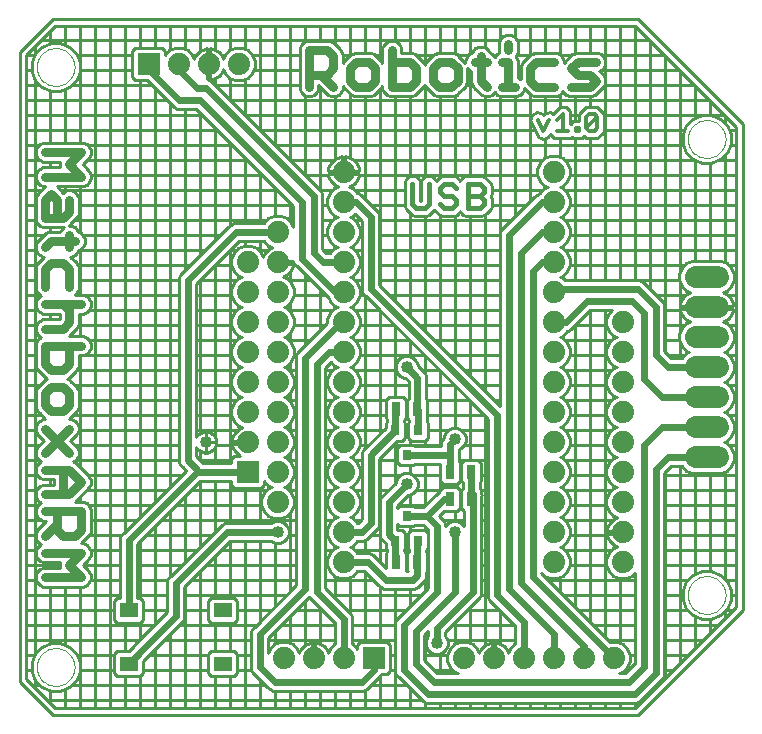
<source format=gtl>
G75*
G70*
%OFA0B0*%
%FSLAX24Y24*%
%IPPOS*%
%LPD*%
%AMOC8*
5,1,8,0,0,1.08239X$1,22.5*
%
%ADD10C,0.0100*%
%ADD11C,0.0000*%
%ADD12C,0.0290*%
%ADD13C,0.0180*%
%ADD14C,0.0130*%
%ADD15C,0.0740*%
%ADD16C,0.0740*%
%ADD17R,0.0740X0.0740*%
%ADD18R,0.0610X0.0512*%
%ADD19R,0.0315X0.0472*%
%ADD20R,0.0315X0.0354*%
%ADD21C,0.0400*%
%ADD22C,0.0240*%
%ADD23C,0.0160*%
D10*
X005533Y005300D02*
X004433Y006400D01*
X004433Y027400D01*
X005533Y028500D01*
X025033Y028500D01*
X028533Y025000D01*
X028533Y008800D01*
X025033Y005300D01*
X005533Y005300D01*
X005624Y005520D02*
X004653Y006491D01*
X004653Y027309D01*
X005624Y028280D01*
X024942Y028280D01*
X028313Y024909D01*
X028313Y008891D01*
X024942Y005520D01*
X005624Y005520D01*
X005433Y005711D02*
X005433Y006117D01*
X005474Y006100D02*
X005792Y006100D01*
X006086Y006222D01*
X006311Y006447D01*
X006433Y006741D01*
X006433Y007059D01*
X006311Y007353D01*
X006086Y007578D01*
X005792Y007700D01*
X005474Y007700D01*
X005180Y007578D01*
X004955Y007353D01*
X004833Y007059D01*
X004833Y006741D01*
X004955Y006447D01*
X005180Y006222D01*
X005474Y006100D01*
X005344Y005800D02*
X017823Y005800D01*
X017869Y005754D02*
X017976Y005710D01*
X024991Y005710D01*
X025098Y005754D01*
X025179Y005836D01*
X025879Y006536D01*
X025923Y006642D01*
X025923Y013380D01*
X026153Y013610D01*
X026499Y013610D01*
X026506Y013594D01*
X026657Y013442D01*
X026856Y013360D01*
X027811Y013360D01*
X028009Y013442D01*
X028161Y013594D01*
X028243Y013793D01*
X028243Y014007D01*
X028161Y014206D01*
X028009Y014358D01*
X027907Y014400D01*
X028009Y014442D01*
X028161Y014594D01*
X028243Y014793D01*
X028243Y015007D01*
X028161Y015206D01*
X028009Y015358D01*
X027907Y015400D01*
X028009Y015442D01*
X028161Y015594D01*
X028243Y015793D01*
X028243Y016007D01*
X028161Y016206D01*
X028009Y016358D01*
X027907Y016400D01*
X028009Y016442D01*
X028161Y016594D01*
X028243Y016793D01*
X028243Y017007D01*
X028161Y017206D01*
X028009Y017358D01*
X027907Y017400D01*
X028009Y017442D01*
X028161Y017594D01*
X028243Y017793D01*
X028243Y018007D01*
X028161Y018206D01*
X028009Y018358D01*
X027881Y018411D01*
X027903Y018418D01*
X027976Y018455D01*
X028042Y018503D01*
X028100Y018561D01*
X028148Y018627D01*
X028185Y018700D01*
X028211Y018778D01*
X028222Y018850D01*
X027703Y018850D01*
X027703Y018950D01*
X028222Y018950D01*
X028211Y019022D01*
X028185Y019100D01*
X028148Y019173D01*
X028100Y019239D01*
X028042Y019297D01*
X027976Y019345D01*
X027903Y019382D01*
X027881Y019389D01*
X028009Y019442D01*
X028161Y019594D01*
X028243Y019793D01*
X028243Y020007D01*
X028161Y020206D01*
X028009Y020358D01*
X027811Y020440D01*
X026856Y020440D01*
X026657Y020358D01*
X026506Y020206D01*
X026423Y020007D01*
X026423Y019793D01*
X026506Y019594D01*
X026657Y019442D01*
X026786Y019389D01*
X026764Y019382D01*
X026691Y019345D01*
X026625Y019297D01*
X026567Y019239D01*
X026519Y019173D01*
X026481Y019100D01*
X026456Y019022D01*
X026445Y018950D01*
X026963Y018950D01*
X026963Y018850D01*
X026445Y018850D01*
X026456Y018778D01*
X026481Y018700D01*
X026519Y018627D01*
X026567Y018561D01*
X026625Y018503D01*
X026691Y018455D01*
X026764Y018418D01*
X026786Y018411D01*
X026657Y018358D01*
X026506Y018206D01*
X026423Y018007D01*
X026423Y017793D01*
X026506Y017594D01*
X026657Y017442D01*
X026759Y017400D01*
X026657Y017358D01*
X026506Y017206D01*
X026499Y017190D01*
X026153Y017190D01*
X025923Y017420D01*
X025923Y018958D01*
X025879Y019064D01*
X025279Y019664D01*
X025198Y019746D01*
X025091Y019790D01*
X022607Y019790D01*
X022539Y019858D01*
X022437Y019900D01*
X022539Y019942D01*
X022691Y020094D01*
X022773Y020293D01*
X022773Y020507D01*
X022691Y020706D01*
X022539Y020858D01*
X022437Y020900D01*
X022539Y020942D01*
X022691Y021094D01*
X022773Y021293D01*
X022773Y021507D01*
X022691Y021706D01*
X022539Y021858D01*
X022437Y021900D01*
X022539Y021942D01*
X022691Y022094D01*
X022773Y022293D01*
X022773Y022507D01*
X022691Y022706D01*
X022539Y022858D01*
X022437Y022900D01*
X022539Y022942D01*
X022691Y023094D01*
X022773Y023293D01*
X022773Y023507D01*
X022691Y023706D01*
X022539Y023858D01*
X022341Y023940D01*
X022126Y023940D01*
X021927Y023858D01*
X021776Y023706D01*
X021693Y023507D01*
X021693Y023293D01*
X021776Y023094D01*
X021927Y022942D01*
X022029Y022900D01*
X021927Y022858D01*
X021776Y022706D01*
X021768Y022687D01*
X021669Y022646D01*
X021587Y022564D01*
X020487Y021464D01*
X020443Y021358D01*
X020443Y015600D01*
X016423Y019620D01*
X016423Y021958D01*
X016379Y022064D01*
X015879Y022564D01*
X015798Y022646D01*
X015699Y022687D01*
X015691Y022706D01*
X015539Y022858D01*
X015411Y022911D01*
X015433Y022918D01*
X015506Y022955D01*
X015572Y023003D01*
X015630Y023061D01*
X015678Y023127D01*
X015715Y023200D01*
X015741Y023278D01*
X015752Y023350D01*
X015283Y023350D01*
X015283Y023450D01*
X015183Y023450D01*
X015183Y023350D01*
X014715Y023350D01*
X014726Y023278D01*
X014751Y023200D01*
X014789Y023127D01*
X014837Y023061D01*
X014895Y023003D01*
X014961Y022955D01*
X015034Y022918D01*
X015056Y022911D01*
X014927Y022858D01*
X014776Y022706D01*
X014693Y022507D01*
X014693Y022293D01*
X014776Y022094D01*
X014927Y021942D01*
X015029Y021900D01*
X014927Y021858D01*
X014776Y021706D01*
X014693Y021507D01*
X014693Y021293D01*
X014776Y021094D01*
X014927Y020942D01*
X015029Y020900D01*
X014927Y020858D01*
X014776Y020706D01*
X014769Y020690D01*
X014653Y020690D01*
X014523Y020820D01*
X014523Y022658D01*
X014479Y022764D01*
X014398Y022846D01*
X010879Y026364D01*
X010798Y026446D01*
X010691Y026490D01*
X010683Y026490D01*
X010683Y026950D01*
X010783Y026950D01*
X010783Y026481D01*
X010855Y026493D01*
X010933Y026518D01*
X011006Y026555D01*
X011072Y026603D01*
X011130Y026661D01*
X011178Y026727D01*
X011215Y026800D01*
X011232Y026800D01*
X011215Y026800D02*
X011222Y026822D01*
X011276Y026694D01*
X011427Y026542D01*
X011626Y026460D01*
X011841Y026460D01*
X012039Y026542D01*
X012191Y026694D01*
X012273Y026893D01*
X012273Y027107D01*
X012191Y027306D01*
X012039Y027458D01*
X011841Y027540D01*
X011626Y027540D01*
X011427Y027458D01*
X011276Y027306D01*
X011222Y027178D01*
X011215Y027200D01*
X011178Y027273D01*
X011130Y027339D01*
X011072Y027397D01*
X011006Y027445D01*
X010933Y027482D01*
X010855Y027507D01*
X010783Y027519D01*
X010783Y027050D01*
X010683Y027050D01*
X010683Y027519D01*
X010612Y027507D01*
X010534Y027482D01*
X010461Y027445D01*
X010395Y027397D01*
X010337Y027339D01*
X010289Y027273D01*
X010251Y027200D01*
X010244Y027178D01*
X010191Y027306D01*
X010039Y027458D01*
X009841Y027540D01*
X009626Y027540D01*
X009427Y027458D01*
X009276Y027306D01*
X009273Y027301D01*
X009273Y027440D01*
X009174Y027540D01*
X008293Y027540D01*
X008193Y027440D01*
X008193Y026560D01*
X008293Y026460D01*
X008663Y026460D01*
X009569Y025554D01*
X009676Y025510D01*
X010313Y025510D01*
X013543Y022280D01*
X013543Y021580D01*
X013491Y021706D01*
X013339Y021858D01*
X013141Y021940D01*
X012926Y021940D01*
X012727Y021858D01*
X012576Y021706D01*
X012569Y021690D01*
X011576Y021690D01*
X011469Y021646D01*
X011387Y021564D01*
X009787Y019964D01*
X009743Y019858D01*
X009743Y013742D01*
X009787Y013636D01*
X009869Y013554D01*
X009973Y013450D01*
X007904Y011381D01*
X007823Y011299D01*
X007778Y011193D01*
X007778Y009212D01*
X007693Y009212D01*
X007593Y009112D01*
X007593Y008460D01*
X007693Y008360D01*
X008444Y008360D01*
X008543Y008460D01*
X008543Y009112D01*
X008444Y009212D01*
X008358Y009212D01*
X008358Y011015D01*
X010453Y013110D01*
X011493Y013110D01*
X011493Y012960D01*
X011593Y012860D01*
X012474Y012860D01*
X012573Y012960D01*
X012573Y013099D01*
X012576Y013094D01*
X012727Y012942D01*
X012829Y012900D01*
X012727Y012858D01*
X012576Y012706D01*
X012493Y012507D01*
X012493Y012293D01*
X012576Y012094D01*
X012727Y011942D01*
X012926Y011860D01*
X013141Y011860D01*
X013339Y011942D01*
X013491Y012094D01*
X013573Y012293D01*
X013573Y012507D01*
X013491Y012706D01*
X013339Y012858D01*
X013237Y012900D01*
X013339Y012942D01*
X013491Y013094D01*
X013573Y013293D01*
X013573Y013507D01*
X013491Y013706D01*
X013339Y013858D01*
X013237Y013900D01*
X013339Y013942D01*
X013491Y014094D01*
X013573Y014293D01*
X013573Y014507D01*
X013491Y014706D01*
X013339Y014858D01*
X013237Y014900D01*
X013339Y014942D01*
X013491Y015094D01*
X013573Y015293D01*
X013573Y015507D01*
X013491Y015706D01*
X013339Y015858D01*
X013237Y015900D01*
X013339Y015942D01*
X013491Y016094D01*
X013573Y016293D01*
X013573Y016507D01*
X013491Y016706D01*
X013339Y016858D01*
X013237Y016900D01*
X013339Y016942D01*
X013491Y017094D01*
X013573Y017293D01*
X013573Y017507D01*
X013491Y017706D01*
X013339Y017858D01*
X013237Y017900D01*
X013339Y017942D01*
X013491Y018094D01*
X013573Y018293D01*
X013573Y018507D01*
X013491Y018706D01*
X013339Y018858D01*
X013237Y018900D01*
X013339Y018942D01*
X013491Y019094D01*
X013573Y019293D01*
X013573Y019507D01*
X013491Y019706D01*
X013339Y019858D01*
X013211Y019911D01*
X013233Y019918D01*
X013306Y019955D01*
X013372Y020003D01*
X013430Y020061D01*
X013478Y020127D01*
X013515Y020200D01*
X013541Y020278D01*
X013552Y020350D01*
X013083Y020350D01*
X013083Y020450D01*
X013543Y020450D01*
X013543Y020442D01*
X013587Y020336D01*
X013669Y020254D01*
X014738Y019186D01*
X014776Y019094D01*
X014927Y018942D01*
X015029Y018900D01*
X014927Y018858D01*
X014776Y018706D01*
X014693Y018507D01*
X014693Y018370D01*
X013687Y017364D01*
X013643Y017258D01*
X013643Y009620D01*
X012269Y008246D01*
X012187Y008164D01*
X012143Y008058D01*
X012143Y006842D01*
X012187Y006736D01*
X012687Y006236D01*
X012769Y006154D01*
X012876Y006110D01*
X015891Y006110D01*
X015998Y006154D01*
X016398Y006554D01*
X016479Y006636D01*
X016489Y006660D01*
X016674Y006660D01*
X016773Y006760D01*
X016773Y007640D01*
X016674Y007740D01*
X015793Y007740D01*
X015693Y007640D01*
X015693Y007501D01*
X015691Y007506D01*
X015539Y007658D01*
X015523Y007664D01*
X015523Y008558D01*
X015479Y008664D01*
X015398Y008746D01*
X014623Y009520D01*
X014623Y016880D01*
X014807Y017063D01*
X014927Y016942D01*
X015029Y016900D01*
X014927Y016858D01*
X014776Y016706D01*
X014693Y016507D01*
X014693Y016293D01*
X014776Y016094D01*
X014927Y015942D01*
X015029Y015900D01*
X014927Y015858D01*
X014776Y015706D01*
X014693Y015507D01*
X014693Y015293D01*
X014776Y015094D01*
X014927Y014942D01*
X015029Y014900D01*
X014927Y014858D01*
X014776Y014706D01*
X014693Y014507D01*
X014693Y014293D01*
X014776Y014094D01*
X014927Y013942D01*
X015029Y013900D01*
X014927Y013858D01*
X014776Y013706D01*
X014693Y013507D01*
X014693Y013293D01*
X014776Y013094D01*
X014927Y012942D01*
X015029Y012900D01*
X014927Y012858D01*
X014776Y012706D01*
X014693Y012507D01*
X014693Y012293D01*
X014776Y012094D01*
X014927Y011942D01*
X015029Y011900D01*
X014927Y011858D01*
X014776Y011706D01*
X014693Y011507D01*
X014693Y011293D01*
X014776Y011094D01*
X014927Y010942D01*
X015029Y010900D01*
X014927Y010858D01*
X014776Y010706D01*
X014693Y010507D01*
X014693Y010293D01*
X014776Y010094D01*
X014927Y009942D01*
X015126Y009860D01*
X015341Y009860D01*
X015539Y009942D01*
X015691Y010094D01*
X015698Y010110D01*
X015913Y010110D01*
X016387Y009636D01*
X016469Y009554D01*
X016576Y009510D01*
X017591Y009510D01*
X017698Y009554D01*
X017852Y009708D01*
X017934Y009790D01*
X017978Y009897D01*
X017978Y010056D01*
X018015Y010093D01*
X018015Y010707D01*
X017978Y010744D01*
X017978Y010802D01*
X018035Y010859D01*
X018035Y011354D01*
X017935Y011453D01*
X017479Y011453D01*
X017380Y011354D01*
X017380Y010859D01*
X017398Y010841D01*
X017398Y010744D01*
X017360Y010707D01*
X017360Y010093D01*
X017364Y010090D01*
X017303Y010090D01*
X017306Y010093D01*
X017306Y010707D01*
X017249Y010764D01*
X017249Y010821D01*
X017287Y010859D01*
X017287Y011354D01*
X017187Y011453D01*
X017023Y011453D01*
X017023Y011668D01*
X017105Y011586D01*
X017561Y011586D01*
X017618Y011643D01*
X017892Y011643D01*
X018043Y011492D01*
X018043Y009520D01*
X016987Y008464D01*
X016943Y008358D01*
X016943Y006742D01*
X016987Y006636D01*
X017069Y006554D01*
X017869Y005754D01*
X017933Y005728D02*
X017933Y005520D01*
X017433Y005520D02*
X017433Y006190D01*
X017323Y006300D02*
X016143Y006300D01*
X015933Y006128D02*
X015933Y005520D01*
X015433Y005520D02*
X015433Y006110D01*
X014933Y006110D02*
X014933Y005520D01*
X014433Y005520D02*
X014433Y006110D01*
X013933Y006110D02*
X013933Y005520D01*
X013433Y005520D02*
X013433Y006110D01*
X012933Y006110D02*
X012933Y005520D01*
X012433Y005520D02*
X012433Y006490D01*
X012623Y006300D02*
X006165Y006300D01*
X005933Y006158D02*
X005933Y005520D01*
X006433Y005520D02*
X006433Y009581D01*
X006552Y009581D02*
X006668Y009629D01*
X006756Y009718D01*
X006804Y009834D01*
X006804Y009959D01*
X006756Y010075D01*
X006668Y010163D01*
X006531Y010300D01*
X006668Y010437D01*
X006756Y010525D01*
X006804Y010640D01*
X006804Y010641D01*
X006804Y010766D01*
X006758Y010879D01*
X006756Y010882D01*
X006755Y010883D01*
X006668Y010971D01*
X006553Y011018D01*
X006552Y011019D01*
X006474Y011019D01*
X006555Y011099D01*
X006756Y011301D01*
X006804Y011417D01*
X006804Y012147D01*
X006756Y012263D01*
X006668Y012352D01*
X006552Y012400D01*
X006272Y012400D01*
X006353Y012480D01*
X006756Y012884D01*
X006804Y013000D01*
X006804Y013125D01*
X006756Y013241D01*
X006668Y013329D01*
X006668Y013329D01*
X006264Y013733D01*
X006261Y013734D01*
X006216Y013753D01*
X006264Y013773D01*
X006353Y013861D01*
X006401Y013977D01*
X006401Y014102D01*
X006353Y014218D01*
X006127Y014443D01*
X006353Y014669D01*
X006401Y014784D01*
X006401Y014910D01*
X006353Y015026D01*
X006264Y015114D01*
X006148Y015162D01*
X006071Y015162D01*
X006264Y015356D01*
X006353Y015444D01*
X006401Y015560D01*
X006401Y016089D01*
X006380Y016138D01*
X006353Y016205D01*
X006350Y016207D01*
X006264Y016294D01*
X006151Y016407D01*
X006062Y016495D01*
X006014Y016515D01*
X006062Y016535D01*
X006264Y016737D01*
X006353Y016826D01*
X006401Y016941D01*
X006401Y017294D01*
X006552Y017294D01*
X006668Y017342D01*
X006756Y017431D01*
X006804Y017547D01*
X006804Y017672D01*
X006756Y017788D01*
X006668Y017877D01*
X006552Y017924D01*
X006071Y017924D01*
X006151Y018005D01*
X006353Y018207D01*
X006401Y018322D01*
X006401Y018676D01*
X006552Y018676D01*
X006668Y018724D01*
X006756Y018812D01*
X006804Y018928D01*
X006804Y019053D01*
X006756Y019169D01*
X006668Y019258D01*
X006552Y019306D01*
X006272Y019306D01*
X006353Y019386D01*
X006401Y019502D01*
X006401Y020233D01*
X006380Y020282D01*
X006353Y020348D01*
X006353Y020348D01*
X006350Y020351D01*
X006264Y020437D01*
X006151Y020550D01*
X006151Y020550D01*
X006127Y020574D01*
X006148Y020574D01*
X006264Y020622D01*
X006353Y020711D01*
X006386Y020791D01*
X006466Y020824D01*
X006555Y020912D01*
X006603Y021028D01*
X006603Y021153D01*
X006555Y021269D01*
X006466Y021358D01*
X006386Y021391D01*
X006353Y021471D01*
X006264Y021560D01*
X006148Y021608D01*
X006071Y021608D01*
X006151Y021688D01*
X006353Y021890D01*
X006401Y022006D01*
X006401Y022535D01*
X006353Y022650D01*
X006264Y022739D01*
X006148Y022787D01*
X006023Y022787D01*
X005907Y022739D01*
X005884Y022716D01*
X005860Y022739D01*
X005747Y022852D01*
X005667Y022933D01*
X006552Y022933D01*
X006668Y022981D01*
X006756Y023069D01*
X006804Y023185D01*
X006804Y023310D01*
X006756Y023426D01*
X006668Y023515D01*
X006531Y023651D01*
X006668Y023788D01*
X006756Y023877D01*
X006804Y023991D01*
X006804Y023992D01*
X006804Y024118D01*
X006758Y024230D01*
X006756Y024233D01*
X006755Y024235D01*
X006668Y024322D01*
X006553Y024369D01*
X006552Y024370D01*
X005216Y024370D01*
X005100Y024322D01*
X005011Y024233D01*
X004963Y024118D01*
X004963Y023992D01*
X005011Y023877D01*
X005100Y023788D01*
X005216Y023740D01*
X005781Y023740D01*
X005771Y023714D01*
X005771Y023589D01*
X005781Y023563D01*
X005216Y023563D01*
X005100Y023515D01*
X005011Y023426D01*
X004963Y023310D01*
X004963Y023185D01*
X005011Y023069D01*
X005100Y022981D01*
X005216Y022933D01*
X005294Y022933D01*
X005011Y022650D01*
X004963Y022535D01*
X004963Y021804D01*
X005011Y021688D01*
X005100Y021599D01*
X005216Y021551D01*
X005899Y021551D01*
X005819Y021471D01*
X005792Y021406D01*
X005418Y021406D01*
X005368Y021385D01*
X005302Y021358D01*
X005302Y021358D01*
X005299Y021356D01*
X005213Y021269D01*
X005011Y021067D01*
X004963Y020952D01*
X004963Y020826D01*
X005011Y020711D01*
X005100Y020622D01*
X005216Y020574D01*
X005237Y020574D01*
X005100Y020437D01*
X005011Y020348D01*
X004963Y020233D01*
X004963Y019502D01*
X005011Y019386D01*
X005100Y019297D01*
X005148Y019278D01*
X005100Y019258D01*
X005011Y019169D01*
X004963Y019053D01*
X004963Y018928D01*
X005011Y018812D01*
X005100Y018724D01*
X005216Y018676D01*
X005753Y018676D01*
X005771Y018658D01*
X005771Y018516D01*
X005753Y018498D01*
X005216Y018498D01*
X005100Y018450D01*
X005011Y018362D01*
X004963Y018246D01*
X004963Y018121D01*
X005011Y018005D01*
X005100Y017916D01*
X005148Y017896D01*
X005100Y017877D01*
X005011Y017788D01*
X004963Y017672D01*
X004963Y016941D01*
X005011Y016826D01*
X005100Y016737D01*
X005213Y016624D01*
X005213Y016624D01*
X005302Y016535D01*
X005350Y016515D01*
X005302Y016495D01*
X005011Y016205D01*
X004963Y016089D01*
X004963Y015964D01*
X004963Y015685D01*
X004963Y015560D01*
X005011Y015444D01*
X005100Y015356D01*
X005213Y015243D01*
X005213Y015243D01*
X005294Y015162D01*
X005216Y015162D01*
X005100Y015114D01*
X005011Y015026D01*
X004963Y014910D01*
X004963Y014784D01*
X005011Y014669D01*
X005237Y014443D01*
X005011Y014218D01*
X004963Y014102D01*
X004963Y013977D01*
X005011Y013861D01*
X005100Y013773D01*
X005148Y013753D01*
X005100Y013733D01*
X005011Y013644D01*
X004963Y013529D01*
X004963Y013403D01*
X005011Y013288D01*
X005100Y013199D01*
X005216Y013151D01*
X005569Y013151D01*
X005569Y012974D01*
X005216Y012974D01*
X005100Y012926D01*
X005011Y012837D01*
X004963Y012721D01*
X004963Y012596D01*
X005011Y012480D01*
X005100Y012392D01*
X005148Y012372D01*
X005100Y012352D01*
X005011Y012263D01*
X004963Y012147D01*
X004963Y012022D01*
X005011Y011906D01*
X005100Y011818D01*
X005216Y011770D01*
X005325Y011770D01*
X005011Y011456D01*
X004963Y011340D01*
X004963Y011215D01*
X005011Y011099D01*
X005100Y011010D01*
X005148Y010991D01*
X005100Y010971D01*
X005011Y010882D01*
X004963Y010766D01*
X004963Y010641D01*
X005011Y010525D01*
X005100Y010437D01*
X005216Y010389D01*
X005781Y010389D01*
X005771Y010363D01*
X005771Y010237D01*
X005781Y010211D01*
X005216Y010211D01*
X005100Y010163D01*
X005011Y010075D01*
X004963Y009959D01*
X004963Y009834D01*
X005011Y009718D01*
X005100Y009629D01*
X005216Y009581D01*
X006552Y009581D01*
X006790Y009800D02*
X007778Y009800D01*
X007778Y010300D02*
X006531Y010300D01*
X006668Y010437D02*
X006668Y010437D01*
X006790Y010800D02*
X007778Y010800D01*
X007823Y011300D02*
X006756Y011300D01*
X006804Y011800D02*
X008323Y011800D01*
X008433Y011910D02*
X008433Y026460D01*
X008193Y026800D02*
X006433Y026800D01*
X006433Y026741D02*
X006311Y026447D01*
X006086Y026222D01*
X005792Y026100D01*
X005474Y026100D01*
X005180Y026222D01*
X004955Y026447D01*
X004833Y026741D01*
X004833Y027059D01*
X004955Y027353D01*
X005180Y027578D01*
X005474Y027700D01*
X005792Y027700D01*
X006086Y027578D01*
X006311Y027353D01*
X006433Y027059D01*
X006433Y026741D01*
X006165Y026300D02*
X008823Y026300D01*
X008933Y026190D02*
X008933Y012410D01*
X008823Y012300D02*
X006720Y012300D01*
X006433Y012400D02*
X006433Y012561D01*
X006673Y012800D02*
X009323Y012800D01*
X009433Y012910D02*
X009433Y025690D01*
X009323Y025800D02*
X004653Y025800D01*
X004653Y026300D02*
X005102Y026300D01*
X004933Y026500D02*
X004933Y007300D01*
X004653Y007300D01*
X004653Y006800D02*
X004833Y006800D01*
X004933Y006500D02*
X004933Y006211D01*
X004844Y006300D02*
X005102Y006300D01*
X006433Y006800D02*
X007593Y006800D01*
X007593Y006688D02*
X007693Y006588D01*
X008444Y006588D01*
X008543Y006688D01*
X008543Y007094D01*
X008655Y007212D01*
X009879Y008436D01*
X009923Y008542D01*
X009923Y009580D01*
X011453Y011110D01*
X012800Y011110D01*
X012824Y011086D01*
X012960Y011030D01*
X013107Y011030D01*
X013243Y011086D01*
X013347Y011190D01*
X013403Y011326D01*
X013403Y011474D01*
X013347Y011610D01*
X013243Y011714D01*
X013107Y011770D01*
X012960Y011770D01*
X012824Y011714D01*
X012800Y011690D01*
X011276Y011690D01*
X011169Y011646D01*
X009469Y009946D01*
X009387Y009864D01*
X009343Y009758D01*
X009343Y008720D01*
X008280Y007657D01*
X008277Y007656D01*
X008240Y007617D01*
X008202Y007578D01*
X008200Y007575D01*
X008072Y007440D01*
X007693Y007440D01*
X007593Y007340D01*
X007593Y006688D01*
X007933Y006588D02*
X007933Y005520D01*
X008433Y005520D02*
X008433Y006588D01*
X008543Y006800D02*
X010723Y006800D01*
X010723Y006688D02*
X010823Y006588D01*
X011574Y006588D01*
X011673Y006688D01*
X011673Y007340D01*
X011574Y007440D01*
X010823Y007440D01*
X010723Y007340D01*
X010723Y006688D01*
X010933Y006588D02*
X010933Y005520D01*
X011433Y005520D02*
X011433Y006588D01*
X011673Y006800D02*
X012161Y006800D01*
X012143Y007300D02*
X011673Y007300D01*
X011433Y007440D02*
X011433Y008360D01*
X011574Y008360D02*
X011673Y008460D01*
X011673Y009112D01*
X011574Y009212D01*
X010823Y009212D01*
X010723Y009112D01*
X010723Y008460D01*
X010823Y008360D01*
X011574Y008360D01*
X011673Y008800D02*
X012823Y008800D01*
X012933Y008910D02*
X012933Y011041D01*
X012433Y011110D02*
X012433Y008410D01*
X012323Y008300D02*
X009743Y008300D01*
X009433Y007990D02*
X009433Y005520D01*
X009933Y005520D02*
X009933Y009590D01*
X009923Y009300D02*
X013323Y009300D01*
X013433Y009410D02*
X013433Y012036D01*
X013573Y012300D02*
X013643Y012300D01*
X013643Y011800D02*
X009143Y011800D01*
X008933Y011590D02*
X008933Y008310D01*
X008923Y008300D02*
X004653Y008300D01*
X004653Y007800D02*
X008423Y007800D01*
X008433Y007810D02*
X008433Y008360D01*
X008543Y008800D02*
X009343Y008800D01*
X009343Y009300D02*
X008358Y009300D01*
X008433Y009212D02*
X008433Y011090D01*
X008643Y011300D02*
X010823Y011300D01*
X010933Y011410D02*
X010933Y013110D01*
X011433Y013110D02*
X011433Y011690D01*
X011933Y011690D02*
X011933Y012860D01*
X012433Y012860D02*
X012433Y011690D01*
X012933Y011759D02*
X012933Y011860D01*
X012493Y012300D02*
X009643Y012300D01*
X009433Y012090D02*
X009433Y009910D01*
X009361Y009800D02*
X008358Y009800D01*
X008358Y010300D02*
X009823Y010300D01*
X009933Y010410D02*
X009933Y012590D01*
X010143Y012800D02*
X012670Y012800D01*
X013397Y012800D02*
X013643Y012800D01*
X013433Y012764D02*
X013433Y013036D01*
X013573Y013300D02*
X013643Y013300D01*
X013643Y013800D02*
X013397Y013800D01*
X013433Y013764D02*
X013433Y014036D01*
X013573Y014300D02*
X013643Y014300D01*
X013643Y014800D02*
X013397Y014800D01*
X013433Y014764D02*
X013433Y015036D01*
X013573Y015300D02*
X013643Y015300D01*
X013643Y015800D02*
X013397Y015800D01*
X013433Y015764D02*
X013433Y016036D01*
X013573Y016300D02*
X013643Y016300D01*
X013643Y016800D02*
X013397Y016800D01*
X013433Y016764D02*
X013433Y017036D01*
X013573Y017300D02*
X013661Y017300D01*
X013933Y017610D02*
X013933Y019990D01*
X014123Y019800D02*
X013397Y019800D01*
X013433Y019764D02*
X013433Y020066D01*
X013544Y020300D02*
X013623Y020300D01*
X013433Y020350D02*
X013433Y020450D01*
X012856Y020889D02*
X012834Y020882D01*
X012761Y020845D01*
X012695Y020797D01*
X012637Y020739D01*
X012589Y020673D01*
X012551Y020600D01*
X012544Y020578D01*
X012491Y020706D01*
X012339Y020858D01*
X012141Y020940D01*
X011926Y020940D01*
X011727Y020858D01*
X011576Y020706D01*
X011493Y020507D01*
X011493Y020293D01*
X011576Y020094D01*
X011727Y019942D01*
X011829Y019900D01*
X011727Y019858D01*
X011576Y019706D01*
X011493Y019507D01*
X011493Y019293D01*
X011576Y019094D01*
X011727Y018942D01*
X011829Y018900D01*
X011727Y018858D01*
X011576Y018706D01*
X011493Y018507D01*
X011493Y018293D01*
X011576Y018094D01*
X011727Y017942D01*
X011829Y017900D01*
X011727Y017858D01*
X011576Y017706D01*
X011493Y017507D01*
X011493Y017293D01*
X011576Y017094D01*
X011727Y016942D01*
X011829Y016900D01*
X011727Y016858D01*
X011576Y016706D01*
X011493Y016507D01*
X011493Y016293D01*
X011576Y016094D01*
X011727Y015942D01*
X011829Y015900D01*
X011727Y015858D01*
X011576Y015706D01*
X011493Y015507D01*
X011493Y015293D01*
X011576Y015094D01*
X011727Y014942D01*
X011856Y014889D01*
X011834Y014882D01*
X011761Y014845D01*
X011695Y014797D01*
X011637Y014739D01*
X011589Y014673D01*
X011551Y014600D01*
X011526Y014522D01*
X011515Y014450D01*
X011983Y014450D01*
X011983Y014350D01*
X011515Y014350D01*
X011526Y014278D01*
X011551Y014200D01*
X011589Y014127D01*
X011637Y014061D01*
X011695Y014003D01*
X011761Y013955D01*
X011791Y013940D01*
X011593Y013940D01*
X011493Y013840D01*
X011493Y013690D01*
X010553Y013690D01*
X010548Y013696D01*
X010323Y013920D01*
X010323Y014234D01*
X010361Y014177D01*
X010410Y014128D01*
X010468Y014090D01*
X010531Y014063D01*
X010599Y014050D01*
X010633Y014050D01*
X010633Y014400D01*
X010633Y014750D01*
X010599Y014750D01*
X010531Y014737D01*
X010468Y014710D01*
X010410Y014672D01*
X010361Y014623D01*
X010323Y014566D01*
X010323Y019680D01*
X011753Y021110D01*
X012569Y021110D01*
X012576Y021094D01*
X012727Y020942D01*
X012856Y020889D01*
X012699Y020800D02*
X012397Y020800D01*
X012433Y020764D02*
X012433Y021110D01*
X011933Y021110D02*
X011933Y020940D01*
X011670Y020800D02*
X011443Y020800D01*
X011433Y020790D02*
X011433Y013690D01*
X011493Y013800D02*
X010443Y013800D01*
X010433Y013810D02*
X010433Y014113D01*
X010633Y014050D02*
X010633Y014400D01*
X010633Y014400D01*
X010633Y014400D01*
X010633Y014750D01*
X010668Y014750D01*
X010735Y014737D01*
X010799Y014710D01*
X010856Y014672D01*
X010905Y014623D01*
X010943Y014566D01*
X010970Y014502D01*
X010983Y014434D01*
X010983Y014400D01*
X010633Y014400D01*
X010633Y014400D01*
X010983Y014400D01*
X010983Y014366D01*
X010970Y014298D01*
X010943Y014234D01*
X010905Y014177D01*
X010856Y014128D01*
X010799Y014090D01*
X010735Y014063D01*
X010668Y014050D01*
X010633Y014050D01*
X010633Y014300D02*
X010633Y014300D01*
X010933Y014219D02*
X010933Y013690D01*
X010970Y014300D02*
X011523Y014300D01*
X011933Y014350D02*
X011933Y014450D01*
X011699Y014800D02*
X010323Y014800D01*
X010433Y014687D02*
X010433Y019790D01*
X010443Y019800D02*
X011670Y019800D01*
X011493Y020300D02*
X010943Y020300D01*
X010933Y020290D02*
X010933Y014581D01*
X010933Y014400D02*
X010933Y014400D01*
X011493Y015300D02*
X010323Y015300D01*
X010323Y015800D02*
X011670Y015800D01*
X011493Y016300D02*
X010323Y016300D01*
X010323Y016800D02*
X011670Y016800D01*
X011493Y017300D02*
X010323Y017300D01*
X010323Y017800D02*
X011670Y017800D01*
X011493Y018300D02*
X010323Y018300D01*
X010323Y018800D02*
X011670Y018800D01*
X011493Y019300D02*
X010323Y019300D01*
X009743Y019300D02*
X006566Y019300D01*
X006433Y019306D02*
X006433Y020810D01*
X006409Y020800D02*
X010623Y020800D01*
X010433Y020610D02*
X010433Y025390D01*
X010523Y025300D02*
X004653Y025300D01*
X004653Y024800D02*
X011023Y024800D01*
X010933Y024890D02*
X010933Y021110D01*
X011123Y021300D02*
X006524Y021300D01*
X006433Y021371D02*
X006433Y022933D01*
X006804Y023300D02*
X012523Y023300D01*
X012433Y023390D02*
X012433Y021690D01*
X012670Y021800D02*
X006263Y021800D01*
X006401Y022300D02*
X013523Y022300D01*
X013433Y022390D02*
X013433Y021764D01*
X013397Y021800D02*
X013543Y021800D01*
X012933Y021940D02*
X012933Y022890D01*
X013023Y022800D02*
X005799Y022800D01*
X005747Y022852D02*
X005747Y022852D01*
X005860Y022739D02*
X005860Y022739D01*
X005933Y022750D02*
X005933Y022933D01*
X005161Y022800D02*
X004653Y022800D01*
X004653Y022300D02*
X004963Y022300D01*
X004965Y021800D02*
X004653Y021800D01*
X004653Y021300D02*
X005244Y021300D01*
X005213Y021269D02*
X005213Y021269D01*
X005433Y021406D02*
X005433Y021551D01*
X004974Y020800D02*
X004653Y020800D01*
X004653Y020300D02*
X004991Y020300D01*
X004963Y019800D02*
X004653Y019800D01*
X004653Y019300D02*
X005097Y019300D01*
X005024Y018800D02*
X004653Y018800D01*
X004653Y018300D02*
X004986Y018300D01*
X005433Y018498D02*
X005433Y018676D01*
X005023Y017800D02*
X004653Y017800D01*
X004653Y017300D02*
X004963Y017300D01*
X005037Y016800D02*
X004653Y016800D01*
X005100Y016737D02*
X005100Y016737D01*
X005106Y016300D02*
X004653Y016300D01*
X004653Y015800D02*
X004963Y015800D01*
X005100Y015356D02*
X005100Y015356D01*
X005156Y015300D02*
X004653Y015300D01*
X004653Y014800D02*
X004963Y014800D01*
X005093Y014300D02*
X004653Y014300D01*
X004653Y013800D02*
X005073Y013800D01*
X005006Y013300D02*
X004653Y013300D01*
X004653Y012800D02*
X004996Y012800D01*
X005433Y012974D02*
X005433Y013151D01*
X005048Y012300D02*
X004653Y012300D01*
X004653Y011800D02*
X005143Y011800D01*
X004963Y011300D02*
X004653Y011300D01*
X004653Y010800D02*
X004977Y010800D01*
X005433Y010389D02*
X005433Y010211D01*
X005771Y010300D02*
X004653Y010300D01*
X004653Y009800D02*
X004977Y009800D01*
X005433Y009581D02*
X005433Y007683D01*
X005933Y007642D02*
X005933Y009581D01*
X004653Y009300D02*
X007778Y009300D01*
X007593Y008800D02*
X004653Y008800D01*
X006333Y007300D02*
X007593Y007300D01*
X007933Y007440D02*
X007933Y008360D01*
X008933Y007490D02*
X008933Y005520D01*
X007433Y005520D02*
X007433Y028280D01*
X006933Y028280D02*
X006933Y005520D01*
X008743Y007300D02*
X010723Y007300D01*
X010933Y007440D02*
X010933Y008360D01*
X010723Y008800D02*
X009923Y008800D01*
X010933Y009212D02*
X010933Y010590D01*
X011143Y010800D02*
X013643Y010800D01*
X013643Y011300D02*
X013392Y011300D01*
X014623Y011300D02*
X014693Y011300D01*
X014933Y010940D02*
X014933Y010860D01*
X014870Y010800D02*
X014623Y010800D01*
X014623Y010300D02*
X014693Y010300D01*
X014933Y009940D02*
X014933Y009210D01*
X014843Y009300D02*
X017823Y009300D01*
X017933Y009410D02*
X017933Y009790D01*
X017938Y009800D02*
X018043Y009800D01*
X018015Y010300D02*
X018043Y010300D01*
X018043Y010800D02*
X017978Y010800D01*
X017398Y010800D02*
X017249Y010800D01*
X016669Y010800D02*
X015597Y010800D01*
X015539Y010858D02*
X015437Y010900D01*
X015539Y010942D01*
X015691Y011094D01*
X015698Y011110D01*
X015891Y011110D01*
X015998Y011154D01*
X016298Y011454D01*
X016379Y011536D01*
X016423Y011642D01*
X016423Y013848D01*
X017022Y014447D01*
X017187Y014447D01*
X017287Y014546D01*
X017287Y015041D01*
X017249Y015079D01*
X017249Y015136D01*
X017306Y015193D01*
X017306Y015807D01*
X017207Y015906D01*
X016751Y015906D01*
X016652Y015807D01*
X016652Y015193D01*
X016669Y015176D01*
X016669Y015079D01*
X016632Y015041D01*
X016632Y014876D01*
X015887Y014132D01*
X015843Y014025D01*
X015843Y011820D01*
X015713Y011690D01*
X015698Y011690D01*
X015691Y011706D01*
X015539Y011858D01*
X015437Y011900D01*
X015539Y011942D01*
X015691Y012094D01*
X015773Y012293D01*
X015773Y012507D01*
X015691Y012706D01*
X015539Y012858D01*
X015437Y012900D01*
X015539Y012942D01*
X015691Y013094D01*
X015773Y013293D01*
X015773Y013507D01*
X015691Y013706D01*
X015539Y013858D01*
X015437Y013900D01*
X015539Y013942D01*
X015691Y014094D01*
X015773Y014293D01*
X015773Y014507D01*
X015691Y014706D01*
X015539Y014858D01*
X015437Y014900D01*
X015539Y014942D01*
X015691Y015094D01*
X015773Y015293D01*
X015773Y015507D01*
X015691Y015706D01*
X015539Y015858D01*
X015437Y015900D01*
X015539Y015942D01*
X015691Y016094D01*
X015773Y016293D01*
X015773Y016507D01*
X015691Y016706D01*
X015539Y016858D01*
X015437Y016900D01*
X015539Y016942D01*
X015691Y017094D01*
X015773Y017293D01*
X015773Y017507D01*
X015691Y017706D01*
X015539Y017858D01*
X015437Y017900D01*
X015539Y017942D01*
X015691Y018094D01*
X015773Y018293D01*
X015773Y018507D01*
X015691Y018706D01*
X015539Y018858D01*
X015437Y018900D01*
X015539Y018942D01*
X015691Y019094D01*
X015773Y019293D01*
X015773Y019507D01*
X015691Y019706D01*
X015539Y019858D01*
X015437Y019900D01*
X015539Y019942D01*
X015691Y020094D01*
X015773Y020293D01*
X015773Y020507D01*
X015691Y020706D01*
X015539Y020858D01*
X015437Y020900D01*
X015539Y020942D01*
X015691Y021094D01*
X015773Y021293D01*
X015773Y021507D01*
X015691Y021706D01*
X015539Y021858D01*
X015437Y021900D01*
X015539Y021942D01*
X015610Y022013D01*
X015843Y021780D01*
X015843Y019442D01*
X015887Y019336D01*
X015969Y019254D01*
X020043Y015180D01*
X020043Y009242D01*
X020087Y009136D01*
X020943Y008280D01*
X020943Y007664D01*
X020927Y007658D01*
X020776Y007506D01*
X020722Y007378D01*
X020715Y007400D01*
X020678Y007473D01*
X020630Y007539D01*
X020572Y007597D01*
X020506Y007645D01*
X020433Y007682D01*
X020355Y007707D01*
X020283Y007719D01*
X020283Y007250D01*
X020183Y007250D01*
X020183Y007719D01*
X020112Y007707D01*
X020034Y007682D01*
X019961Y007645D01*
X019895Y007597D01*
X019837Y007539D01*
X019789Y007473D01*
X019751Y007400D01*
X019744Y007378D01*
X019691Y007506D01*
X019539Y007658D01*
X019341Y007740D01*
X019126Y007740D01*
X018927Y007658D01*
X018776Y007506D01*
X018693Y007307D01*
X018693Y007093D01*
X018776Y006894D01*
X018927Y006742D01*
X019053Y006690D01*
X018353Y006690D01*
X017923Y007120D01*
X017923Y007980D01*
X018043Y008100D01*
X018043Y007933D01*
X018020Y007910D01*
X017963Y007774D01*
X017963Y007626D01*
X018020Y007490D01*
X018124Y007386D01*
X018260Y007330D01*
X018407Y007330D01*
X018543Y007386D01*
X018647Y007490D01*
X018703Y007626D01*
X018703Y007774D01*
X018647Y007910D01*
X018623Y007933D01*
X018623Y008080D01*
X019779Y009236D01*
X019823Y009342D01*
X019823Y012612D01*
X019828Y012627D01*
X019823Y012670D01*
X019823Y012712D01*
X019817Y012726D01*
X019816Y012742D01*
X019815Y012743D01*
X019815Y012807D01*
X019778Y012844D01*
X019778Y013056D01*
X019815Y013093D01*
X019815Y013707D01*
X019716Y013806D01*
X019260Y013806D01*
X019160Y013707D01*
X019160Y013093D01*
X019198Y013056D01*
X019198Y012844D01*
X019160Y012807D01*
X019160Y012193D01*
X019243Y012110D01*
X019243Y011613D01*
X019143Y011714D01*
X019007Y011770D01*
X018860Y011770D01*
X018724Y011714D01*
X018623Y011613D01*
X018623Y011669D01*
X018579Y011776D01*
X018422Y011933D01*
X018583Y012094D01*
X019007Y012094D01*
X019106Y012193D01*
X019106Y012807D01*
X019007Y012906D01*
X018551Y012906D01*
X018452Y012807D01*
X018452Y012761D01*
X018415Y012746D01*
X018333Y012664D01*
X017892Y012223D01*
X017618Y012223D01*
X017561Y012280D01*
X017105Y012280D01*
X017023Y012198D01*
X017023Y012280D01*
X017373Y012630D01*
X017407Y012630D01*
X017543Y012686D01*
X017647Y012790D01*
X017703Y012926D01*
X017703Y013074D01*
X017647Y013210D01*
X017543Y013314D01*
X017407Y013370D01*
X017260Y013370D01*
X017124Y013314D01*
X017020Y013210D01*
X016963Y013074D01*
X016963Y013040D01*
X016487Y012564D01*
X016443Y012458D01*
X016443Y011275D01*
X016487Y011168D01*
X016632Y011024D01*
X016632Y010859D01*
X016669Y010821D01*
X016669Y010724D01*
X016652Y010707D01*
X016652Y010192D01*
X016198Y010646D01*
X016091Y010690D01*
X015698Y010690D01*
X015691Y010706D01*
X015539Y010858D01*
X015933Y010690D02*
X015933Y011128D01*
X016143Y011300D02*
X016443Y011300D01*
X016423Y011800D02*
X016443Y011800D01*
X016423Y012300D02*
X016443Y012300D01*
X015843Y012300D02*
X015773Y012300D01*
X015823Y011800D02*
X015597Y011800D01*
X014933Y011860D02*
X014933Y011940D01*
X014870Y011800D02*
X014623Y011800D01*
X014623Y012300D02*
X014693Y012300D01*
X014623Y012800D02*
X014870Y012800D01*
X014933Y012860D02*
X014933Y012940D01*
X014693Y013300D02*
X014623Y013300D01*
X014623Y013800D02*
X014870Y013800D01*
X014933Y013860D02*
X014933Y013940D01*
X014693Y014300D02*
X014623Y014300D01*
X014623Y014800D02*
X014870Y014800D01*
X014933Y014860D02*
X014933Y014940D01*
X014693Y015300D02*
X014623Y015300D01*
X014623Y015800D02*
X014870Y015800D01*
X014933Y015860D02*
X014933Y015940D01*
X014693Y016300D02*
X014623Y016300D01*
X014623Y016800D02*
X014870Y016800D01*
X014933Y016860D02*
X014933Y016940D01*
X015597Y016800D02*
X016974Y016800D01*
X016963Y016826D02*
X017020Y016690D01*
X017124Y016586D01*
X017260Y016530D01*
X017293Y016530D01*
X017398Y016426D01*
X017398Y015844D01*
X017360Y015807D01*
X017360Y015193D01*
X017417Y015136D01*
X017417Y015079D01*
X017380Y015041D01*
X017380Y014546D01*
X017479Y014447D01*
X017935Y014447D01*
X018035Y014546D01*
X018035Y015041D01*
X017997Y015079D01*
X017997Y015176D01*
X018015Y015193D01*
X018015Y015807D01*
X017978Y015844D01*
X017978Y016603D01*
X017934Y016710D01*
X017852Y016792D01*
X017703Y016940D01*
X017703Y016974D01*
X017647Y017110D01*
X017543Y017214D01*
X017407Y017270D01*
X017260Y017270D01*
X017124Y017214D01*
X017020Y017110D01*
X016963Y016974D01*
X016963Y016826D01*
X017433Y017259D02*
X017433Y017790D01*
X017423Y017800D02*
X015597Y017800D01*
X015773Y018300D02*
X016923Y018300D01*
X016933Y018290D02*
X016933Y015906D01*
X016652Y015800D02*
X015597Y015800D01*
X015773Y016300D02*
X017398Y016300D01*
X017360Y015800D02*
X017306Y015800D01*
X018015Y015800D02*
X019423Y015800D01*
X019433Y015790D02*
X019433Y013806D01*
X019254Y013800D02*
X019069Y013800D01*
X019069Y013744D02*
X019069Y014156D01*
X019143Y014186D01*
X019247Y014290D01*
X019303Y014426D01*
X019303Y014574D01*
X019247Y014710D01*
X019143Y014814D01*
X019007Y014870D01*
X018860Y014870D01*
X018724Y014814D01*
X018620Y014710D01*
X018563Y014574D01*
X018563Y014540D01*
X018533Y014510D01*
X018489Y014403D01*
X018489Y014257D01*
X017618Y014257D01*
X017561Y014314D01*
X017105Y014314D01*
X017006Y014215D01*
X017006Y013719D01*
X017105Y013620D01*
X017561Y013620D01*
X017618Y013677D01*
X018452Y013677D01*
X018452Y013093D01*
X018551Y012994D01*
X019007Y012994D01*
X019106Y013093D01*
X019106Y013707D01*
X019069Y013744D01*
X019106Y013300D02*
X019160Y013300D01*
X018933Y012994D02*
X018933Y012906D01*
X019106Y012800D02*
X019160Y012800D01*
X019815Y012800D02*
X020043Y012800D01*
X020043Y012300D02*
X019823Y012300D01*
X019823Y011800D02*
X020043Y011800D01*
X020043Y011300D02*
X019823Y011300D01*
X019823Y010800D02*
X020043Y010800D01*
X020043Y010300D02*
X019823Y010300D01*
X019823Y009800D02*
X020043Y009800D01*
X020043Y009300D02*
X019806Y009300D01*
X019433Y008890D02*
X019433Y007702D01*
X018933Y007660D02*
X018933Y008390D01*
X018843Y008300D02*
X020923Y008300D01*
X020933Y008290D02*
X020933Y007660D01*
X020943Y007800D02*
X018692Y007800D01*
X018693Y007300D02*
X017923Y007300D01*
X017933Y007110D02*
X017933Y007990D01*
X017923Y007800D02*
X017974Y007800D01*
X018433Y007341D02*
X018433Y006690D01*
X018243Y006800D02*
X018870Y006800D01*
X018933Y006740D02*
X018933Y006690D01*
X019933Y007625D02*
X019933Y015290D01*
X019923Y015300D02*
X018015Y015300D01*
X017360Y015300D02*
X017306Y015300D01*
X017287Y014800D02*
X017380Y014800D01*
X017433Y014493D02*
X017433Y014314D01*
X017575Y014300D02*
X018489Y014300D01*
X018433Y014257D02*
X018433Y016790D01*
X018423Y016800D02*
X017843Y016800D01*
X017933Y016710D02*
X017933Y017290D01*
X017923Y017300D02*
X015773Y017300D01*
X014623Y018300D02*
X013573Y018300D01*
X013433Y018036D02*
X013433Y017764D01*
X013397Y017800D02*
X014123Y017800D01*
X014433Y018110D02*
X014433Y019490D01*
X014623Y019300D02*
X013573Y019300D01*
X013433Y019036D02*
X013433Y018764D01*
X013397Y018800D02*
X014870Y018800D01*
X014933Y018860D02*
X014933Y018940D01*
X015597Y018800D02*
X016423Y018800D01*
X016433Y018790D02*
X016433Y014678D01*
X016555Y014800D02*
X015597Y014800D01*
X015773Y014300D02*
X016055Y014300D01*
X015933Y014178D02*
X015933Y019290D01*
X015923Y019300D02*
X015773Y019300D01*
X016433Y019610D02*
X016433Y026168D01*
X016445Y026180D02*
X016526Y026260D01*
X016526Y026182D01*
X016574Y026067D01*
X016662Y025978D01*
X016778Y025930D01*
X017509Y025930D01*
X017625Y025978D01*
X017713Y026067D01*
X017826Y026180D01*
X017826Y026180D01*
X017915Y026268D01*
X017935Y026316D01*
X017955Y026268D01*
X018245Y025978D01*
X018361Y025930D01*
X018486Y025930D01*
X018765Y025930D01*
X018890Y025930D01*
X019006Y025978D01*
X019094Y026067D01*
X019208Y026180D01*
X019296Y026268D01*
X019325Y026338D01*
X019344Y026384D01*
X019344Y026866D01*
X019425Y026785D01*
X019490Y026758D01*
X019490Y026384D01*
X019510Y026335D01*
X019538Y026268D01*
X019540Y026266D01*
X019626Y026180D01*
X019626Y026180D01*
X019828Y025978D01*
X019944Y025930D01*
X020069Y025930D01*
X020185Y025978D01*
X020265Y026058D01*
X020345Y025978D01*
X020461Y025930D01*
X020990Y025930D01*
X021106Y025978D01*
X021195Y026067D01*
X021243Y026182D01*
X021243Y026203D01*
X021379Y026067D01*
X021468Y025978D01*
X021584Y025930D01*
X022315Y025930D01*
X022430Y025978D01*
X022519Y026067D01*
X022539Y026115D01*
X022559Y026067D01*
X022647Y025978D01*
X022763Y025930D01*
X023494Y025930D01*
X023610Y025978D01*
X023698Y026067D01*
X023812Y026180D01*
X023900Y026268D01*
X023929Y026338D01*
X023948Y026384D01*
X023948Y026509D01*
X023900Y026625D01*
X023761Y026764D01*
X023812Y026785D01*
X023900Y026874D01*
X023948Y026990D01*
X023948Y027115D01*
X023900Y027231D01*
X023812Y027319D01*
X023696Y027367D01*
X022965Y027367D01*
X022918Y027348D01*
X022849Y027319D01*
X022761Y027231D01*
X022613Y027083D01*
X022567Y027037D01*
X022567Y027115D01*
X022519Y027231D01*
X022430Y027319D01*
X022315Y027367D01*
X021584Y027367D01*
X021534Y027347D01*
X021468Y027319D01*
X021466Y027317D01*
X021379Y027231D01*
X021266Y027118D01*
X021178Y027029D01*
X021130Y026913D01*
X021130Y026488D01*
X021106Y026512D01*
X021041Y026539D01*
X021041Y027115D01*
X020993Y027231D01*
X020969Y027254D01*
X020993Y027278D01*
X021041Y027393D01*
X021041Y027721D01*
X020993Y027836D01*
X020904Y027925D01*
X020788Y027973D01*
X020663Y027973D01*
X020547Y027925D01*
X020459Y027836D01*
X020411Y027721D01*
X020411Y027393D01*
X020427Y027353D01*
X020345Y027319D01*
X020265Y027239D01*
X020185Y027319D01*
X020105Y027353D01*
X020072Y027433D01*
X019983Y027521D01*
X019868Y027569D01*
X019742Y027569D01*
X019626Y027521D01*
X019538Y027433D01*
X019505Y027353D01*
X019425Y027319D01*
X019336Y027231D01*
X019288Y027115D01*
X019288Y027037D01*
X019094Y027231D01*
X019006Y027319D01*
X018890Y027367D01*
X018361Y027367D01*
X018312Y027347D01*
X018245Y027319D01*
X018243Y027317D01*
X018157Y027231D01*
X018157Y027231D01*
X018043Y027118D01*
X017955Y027029D01*
X017935Y026981D01*
X017915Y027029D01*
X017713Y027231D01*
X017625Y027319D01*
X017509Y027367D01*
X017156Y027367D01*
X017156Y027519D01*
X017108Y027634D01*
X017019Y027723D01*
X016903Y027771D01*
X016778Y027771D01*
X016662Y027723D01*
X016574Y027634D01*
X016526Y027519D01*
X016526Y027037D01*
X016332Y027231D01*
X016243Y027319D01*
X016128Y027367D01*
X015599Y027367D01*
X015549Y027347D01*
X015483Y027319D01*
X015481Y027317D01*
X015394Y027231D01*
X015394Y027231D01*
X015281Y027118D01*
X015201Y027037D01*
X015201Y027317D01*
X015153Y027433D01*
X015064Y027521D01*
X014862Y027723D01*
X014747Y027771D01*
X014016Y027771D01*
X013900Y027723D01*
X013811Y027634D01*
X013763Y027519D01*
X013763Y026182D01*
X013811Y026067D01*
X013900Y025978D01*
X014016Y025930D01*
X014141Y025930D01*
X014257Y025978D01*
X014345Y026067D01*
X014393Y026182D01*
X014393Y026292D01*
X014707Y025978D01*
X014823Y025930D01*
X014948Y025930D01*
X015064Y025978D01*
X015153Y026067D01*
X015201Y026182D01*
X015201Y026260D01*
X015483Y025978D01*
X015599Y025930D01*
X016128Y025930D01*
X016243Y025978D01*
X016332Y026067D01*
X016445Y026180D01*
X016445Y026180D01*
X016332Y026067D02*
X016332Y026067D01*
X015933Y025930D02*
X015933Y022510D01*
X016143Y022300D02*
X017263Y022300D01*
X017263Y022275D02*
X017303Y022180D01*
X017440Y022043D01*
X017513Y021970D01*
X017608Y021930D01*
X017985Y021930D01*
X018081Y021970D01*
X018218Y022106D01*
X018257Y022146D01*
X018434Y021970D01*
X018529Y021930D01*
X018906Y021930D01*
X019002Y021970D01*
X019075Y022043D01*
X019124Y022092D01*
X019144Y022043D01*
X019218Y021970D01*
X019313Y021930D01*
X019827Y021930D01*
X019923Y021970D01*
X019996Y022043D01*
X020132Y022180D01*
X020172Y022275D01*
X020172Y022515D01*
X020155Y022556D01*
X020137Y022600D01*
X020172Y022685D01*
X020172Y022926D01*
X020155Y022966D01*
X020132Y023021D01*
X020131Y023023D01*
X019923Y023231D01*
X019827Y023271D01*
X019313Y023271D01*
X019218Y023231D01*
X019144Y023158D01*
X019124Y023109D01*
X019002Y023231D01*
X018906Y023271D01*
X018529Y023271D01*
X018434Y023231D01*
X018311Y023109D01*
X018291Y023158D01*
X018218Y023231D01*
X018122Y023271D01*
X018019Y023271D01*
X017923Y023231D01*
X017850Y023158D01*
X017810Y023062D01*
X017810Y022450D01*
X017783Y022450D01*
X017783Y023062D01*
X017744Y023158D01*
X017671Y023231D01*
X017575Y023271D01*
X017472Y023271D01*
X017376Y023231D01*
X017303Y023158D01*
X017263Y023062D01*
X017263Y022275D01*
X017433Y022049D02*
X017433Y018610D01*
X017243Y018800D02*
X020443Y018800D01*
X020443Y018300D02*
X017743Y018300D01*
X017933Y018110D02*
X017933Y021930D01*
X018433Y021970D02*
X018433Y017610D01*
X018243Y017800D02*
X020443Y017800D01*
X020443Y017300D02*
X018743Y017300D01*
X018933Y017110D02*
X018933Y021941D01*
X019433Y021930D02*
X019433Y016610D01*
X019243Y016800D02*
X020443Y016800D01*
X020443Y016300D02*
X019743Y016300D01*
X019933Y016110D02*
X019933Y021980D01*
X020172Y022300D02*
X021323Y022300D01*
X021433Y022410D02*
X021433Y026013D01*
X021933Y025930D02*
X021933Y025345D01*
X021912Y025337D02*
X021888Y025290D01*
X021865Y025337D01*
X021680Y025399D01*
X021506Y025312D01*
X021445Y025127D01*
X021671Y024675D01*
X021696Y024598D01*
X021713Y024590D01*
X021722Y024573D01*
X021798Y024547D01*
X021870Y024511D01*
X021888Y024517D01*
X021907Y024511D01*
X021979Y024547D01*
X022055Y024573D01*
X022064Y024590D01*
X022081Y024598D01*
X022106Y024675D01*
X022108Y024678D01*
X022108Y024668D01*
X022246Y024530D01*
X022821Y024530D01*
X022855Y024565D01*
X022890Y024530D01*
X023180Y024530D01*
X023244Y024594D01*
X023307Y024530D01*
X023692Y024530D01*
X023830Y024668D01*
X023925Y024763D01*
X023925Y025338D01*
X023787Y025475D01*
X023692Y025570D01*
X023307Y025570D01*
X023170Y025433D01*
X023075Y025338D01*
X023075Y025095D01*
X022890Y025095D01*
X022795Y025000D01*
X022768Y025000D01*
X022768Y025433D01*
X022630Y025570D01*
X022436Y025570D01*
X022208Y025343D01*
X022097Y025399D01*
X021912Y025337D01*
X021893Y025300D02*
X021884Y025300D01*
X021502Y025300D02*
X011943Y025300D01*
X011933Y025310D02*
X011933Y026498D01*
X012235Y026800D02*
X013763Y026800D01*
X013763Y026300D02*
X010943Y026300D01*
X010933Y026310D02*
X010933Y026518D01*
X010783Y026800D02*
X010683Y026800D01*
X010683Y027300D02*
X010783Y027300D01*
X010933Y027482D02*
X010933Y028280D01*
X011433Y028280D02*
X011433Y027460D01*
X011273Y027300D02*
X011158Y027300D01*
X010433Y027425D02*
X010433Y028280D01*
X009933Y028280D02*
X009933Y027502D01*
X010194Y027300D02*
X010309Y027300D01*
X009433Y027460D02*
X009433Y028280D01*
X008933Y028280D02*
X008933Y027540D01*
X008433Y027540D02*
X008433Y028280D01*
X007933Y028280D02*
X007933Y011410D01*
X008358Y010800D02*
X010323Y010800D01*
X010433Y010910D02*
X010433Y013090D01*
X009933Y013410D02*
X009933Y013490D01*
X009823Y013300D02*
X006697Y013300D01*
X006433Y013564D02*
X006433Y017294D01*
X006565Y017300D02*
X009743Y017300D01*
X009743Y016800D02*
X006327Y016800D01*
X006151Y016407D02*
X006151Y016407D01*
X006258Y016300D02*
X009743Y016300D01*
X009743Y015800D02*
X006401Y015800D01*
X006353Y016205D02*
X006353Y016205D01*
X006264Y016294D02*
X006264Y016294D01*
X006208Y015300D02*
X009743Y015300D01*
X009743Y014800D02*
X006401Y014800D01*
X006271Y014300D02*
X009743Y014300D01*
X009743Y013800D02*
X006291Y013800D01*
X010433Y010090D02*
X010433Y005520D01*
X011933Y005520D02*
X011933Y011110D01*
X011433Y011090D02*
X011433Y009212D01*
X010643Y010300D02*
X013643Y010300D01*
X013643Y009800D02*
X010143Y009800D01*
X009243Y007800D02*
X012143Y007800D01*
X012723Y007800D02*
X014943Y007800D01*
X014943Y007664D02*
X014927Y007658D01*
X014776Y007506D01*
X014722Y007378D01*
X014715Y007400D01*
X014678Y007473D01*
X014630Y007539D01*
X014572Y007597D01*
X014506Y007645D01*
X014433Y007682D01*
X014355Y007707D01*
X014283Y007719D01*
X014283Y007250D01*
X014183Y007250D01*
X014183Y007719D01*
X014112Y007707D01*
X014034Y007682D01*
X013961Y007645D01*
X013895Y007597D01*
X013837Y007539D01*
X013789Y007473D01*
X013751Y007400D01*
X013744Y007378D01*
X013691Y007506D01*
X013539Y007658D01*
X013341Y007740D01*
X013126Y007740D01*
X012927Y007658D01*
X012776Y007506D01*
X012723Y007380D01*
X012723Y007880D01*
X014085Y009242D01*
X014087Y009236D01*
X014943Y008380D01*
X014943Y007664D01*
X014933Y007660D02*
X014933Y008390D01*
X014943Y008300D02*
X013143Y008300D01*
X012933Y008090D02*
X012933Y007660D01*
X013433Y007702D02*
X013433Y008590D01*
X013643Y008800D02*
X014523Y008800D01*
X014433Y008890D02*
X014433Y007682D01*
X014283Y007300D02*
X014183Y007300D01*
X013933Y007625D02*
X013933Y009090D01*
X014623Y009800D02*
X016223Y009800D01*
X016433Y009590D02*
X016433Y007740D01*
X015933Y007740D02*
X015933Y010090D01*
X015433Y009898D02*
X015433Y008710D01*
X015343Y008800D02*
X017323Y008800D01*
X017433Y008910D02*
X017433Y009510D01*
X016933Y009510D02*
X016933Y005520D01*
X016433Y005520D02*
X016433Y006590D01*
X016773Y006800D02*
X016943Y006800D01*
X016943Y007300D02*
X016773Y007300D01*
X016943Y007800D02*
X015523Y007800D01*
X015523Y008300D02*
X016943Y008300D01*
X019343Y008800D02*
X020423Y008800D01*
X020433Y008790D02*
X020433Y007682D01*
X020283Y007300D02*
X020183Y007300D01*
X019933Y005710D02*
X019933Y005520D01*
X020433Y005520D02*
X020433Y005710D01*
X020933Y005710D02*
X020933Y005520D01*
X021433Y005520D02*
X021433Y005710D01*
X021933Y005710D02*
X021933Y005520D01*
X022433Y005520D02*
X022433Y005710D01*
X022933Y005710D02*
X022933Y005520D01*
X023433Y005520D02*
X023433Y005710D01*
X023933Y005710D02*
X023933Y005520D01*
X024433Y005520D02*
X024433Y005710D01*
X024933Y005710D02*
X024933Y005520D01*
X025143Y005800D02*
X025222Y005800D01*
X025433Y006011D02*
X025433Y006090D01*
X025643Y006300D02*
X025722Y006300D01*
X025933Y006511D02*
X025933Y013390D01*
X025923Y013300D02*
X028313Y013300D01*
X027933Y013411D02*
X027933Y009831D01*
X027965Y009800D02*
X028313Y009800D01*
X028011Y009753D02*
X028133Y009459D01*
X028133Y009141D01*
X028011Y008847D01*
X027786Y008622D01*
X027492Y008500D01*
X027174Y008500D01*
X026880Y008622D01*
X026655Y008847D01*
X026533Y009141D01*
X026533Y009459D01*
X026655Y009753D01*
X026880Y009978D01*
X027174Y010100D01*
X027492Y010100D01*
X027786Y009978D01*
X028011Y009753D01*
X028313Y010300D02*
X025923Y010300D01*
X025923Y009800D02*
X026702Y009800D01*
X026933Y010000D02*
X026933Y013360D01*
X026433Y013610D02*
X026433Y007011D01*
X026222Y006800D02*
X025923Y006800D01*
X025923Y007300D02*
X026722Y007300D01*
X026933Y007511D02*
X026933Y008600D01*
X026702Y008800D02*
X025923Y008800D01*
X025923Y008300D02*
X027722Y008300D01*
X027933Y008511D02*
X027933Y008769D01*
X027965Y008800D02*
X028222Y008800D01*
X028133Y009300D02*
X028313Y009300D01*
X027433Y008500D02*
X027433Y008011D01*
X027222Y007800D02*
X025923Y007800D01*
X024943Y007800D02*
X024043Y007800D01*
X024110Y007733D02*
X024126Y007740D01*
X024341Y007740D01*
X024539Y007658D01*
X024691Y007506D01*
X024773Y007307D01*
X024773Y007093D01*
X024691Y006894D01*
X024539Y006742D01*
X024413Y006690D01*
X024613Y006690D01*
X024943Y007020D01*
X024943Y010046D01*
X024839Y009942D01*
X024641Y009860D01*
X024426Y009860D01*
X024227Y009942D01*
X024076Y010094D01*
X023993Y010293D01*
X023993Y010507D01*
X024076Y010706D01*
X024227Y010858D01*
X024356Y010911D01*
X024334Y010918D01*
X024261Y010955D01*
X024195Y011003D01*
X024137Y011061D01*
X024089Y011127D01*
X024051Y011200D01*
X024026Y011278D01*
X024015Y011350D01*
X024483Y011350D01*
X024483Y011450D01*
X024015Y011450D01*
X024026Y011522D01*
X024051Y011600D01*
X024089Y011673D01*
X024137Y011739D01*
X024195Y011797D01*
X024261Y011845D01*
X024334Y011882D01*
X024356Y011889D01*
X024227Y011942D01*
X024076Y012094D01*
X023993Y012293D01*
X023993Y012507D01*
X024076Y012706D01*
X024227Y012858D01*
X024329Y012900D01*
X024227Y012942D01*
X024076Y013094D01*
X023993Y013293D01*
X023993Y013507D01*
X024076Y013706D01*
X024227Y013858D01*
X024329Y013900D01*
X024227Y013942D01*
X024076Y014094D01*
X023993Y014293D01*
X023993Y014507D01*
X024076Y014706D01*
X024227Y014858D01*
X024329Y014900D01*
X024227Y014942D01*
X024076Y015094D01*
X023993Y015293D01*
X023993Y015507D01*
X024076Y015706D01*
X024227Y015858D01*
X024329Y015900D01*
X024227Y015942D01*
X024076Y016094D01*
X023993Y016293D01*
X023993Y016507D01*
X024076Y016706D01*
X024227Y016858D01*
X024329Y016900D01*
X024227Y016942D01*
X024076Y017094D01*
X023993Y017293D01*
X023993Y017507D01*
X024076Y017706D01*
X024227Y017858D01*
X024329Y017900D01*
X024227Y017942D01*
X024076Y018094D01*
X023993Y018293D01*
X023993Y018507D01*
X024076Y018706D01*
X024180Y018810D01*
X023453Y018810D01*
X022798Y018154D01*
X022699Y018113D01*
X022691Y018094D01*
X022539Y017942D01*
X022437Y017900D01*
X022539Y017858D01*
X022691Y017706D01*
X022773Y017507D01*
X022773Y017293D01*
X022691Y017094D01*
X022539Y016942D01*
X022437Y016900D01*
X022539Y016858D01*
X022691Y016706D01*
X022773Y016507D01*
X022773Y016293D01*
X022691Y016094D01*
X022539Y015942D01*
X022437Y015900D01*
X022539Y015858D01*
X022691Y015706D01*
X022773Y015507D01*
X022773Y015293D01*
X022691Y015094D01*
X022539Y014942D01*
X022437Y014900D01*
X022539Y014858D01*
X022691Y014706D01*
X022773Y014507D01*
X022773Y014293D01*
X022691Y014094D01*
X022539Y013942D01*
X022437Y013900D01*
X022539Y013858D01*
X022691Y013706D01*
X022773Y013507D01*
X022773Y013293D01*
X022691Y013094D01*
X022539Y012942D01*
X022437Y012900D01*
X022539Y012858D01*
X022691Y012706D01*
X022773Y012507D01*
X022773Y012293D01*
X022691Y012094D01*
X022539Y011942D01*
X022437Y011900D01*
X022539Y011858D01*
X022691Y011706D01*
X022773Y011507D01*
X022773Y011293D01*
X022691Y011094D01*
X022539Y010942D01*
X022437Y010900D01*
X022539Y010858D01*
X022691Y010706D01*
X022773Y010507D01*
X022773Y010293D01*
X022691Y010094D01*
X022539Y009942D01*
X022341Y009860D01*
X022126Y009860D01*
X021927Y009942D01*
X021823Y010046D01*
X021823Y010020D01*
X024110Y007733D01*
X023933Y007910D02*
X023933Y018810D01*
X024170Y018800D02*
X023443Y018800D01*
X023433Y018790D02*
X023433Y008410D01*
X023543Y008300D02*
X024943Y008300D01*
X024943Y008800D02*
X023043Y008800D01*
X022933Y008910D02*
X022933Y018290D01*
X022943Y018300D02*
X023993Y018300D01*
X024170Y017800D02*
X022597Y017800D01*
X022773Y017300D02*
X023993Y017300D01*
X024170Y016800D02*
X022597Y016800D01*
X022773Y016300D02*
X023993Y016300D01*
X024170Y015800D02*
X022597Y015800D01*
X022773Y015300D02*
X023993Y015300D01*
X024170Y014800D02*
X022597Y014800D01*
X022773Y014300D02*
X023993Y014300D01*
X024170Y013800D02*
X022597Y013800D01*
X022773Y013300D02*
X023993Y013300D01*
X024170Y012800D02*
X022597Y012800D01*
X022773Y012300D02*
X023993Y012300D01*
X024199Y011800D02*
X022597Y011800D01*
X022773Y011300D02*
X024023Y011300D01*
X024433Y011350D02*
X024433Y011450D01*
X024170Y010800D02*
X022597Y010800D01*
X022773Y010300D02*
X023993Y010300D01*
X024433Y009860D02*
X024433Y007702D01*
X024773Y007300D02*
X024943Y007300D01*
X024933Y007010D02*
X024933Y010036D01*
X024943Y009800D02*
X022043Y009800D01*
X021933Y009910D02*
X021933Y009940D01*
X022433Y009898D02*
X022433Y009410D01*
X022543Y009300D02*
X024943Y009300D01*
X025923Y009300D02*
X026533Y009300D01*
X027433Y010100D02*
X027433Y013360D01*
X028243Y013800D02*
X028313Y013800D01*
X028313Y014300D02*
X028067Y014300D01*
X027933Y014389D02*
X027933Y014411D01*
X028243Y014800D02*
X028313Y014800D01*
X028313Y015300D02*
X028067Y015300D01*
X027933Y015389D02*
X027933Y015411D01*
X028243Y015800D02*
X028313Y015800D01*
X028313Y016300D02*
X028067Y016300D01*
X027933Y016389D02*
X027933Y016411D01*
X028243Y016800D02*
X028313Y016800D01*
X028313Y017300D02*
X028067Y017300D01*
X027933Y017389D02*
X027933Y017411D01*
X028243Y017800D02*
X028313Y017800D01*
X028313Y018300D02*
X028067Y018300D01*
X027933Y018389D02*
X027933Y018434D01*
X027933Y018850D02*
X027933Y018950D01*
X028214Y018800D02*
X028313Y018800D01*
X028313Y019300D02*
X028037Y019300D01*
X027933Y019366D02*
X027933Y019411D01*
X028243Y019800D02*
X028313Y019800D01*
X028313Y020300D02*
X028067Y020300D01*
X027933Y020389D02*
X027933Y023969D01*
X028011Y024047D02*
X028133Y024341D01*
X028133Y024659D01*
X028011Y024953D01*
X027786Y025178D01*
X027492Y025300D01*
X027174Y025300D01*
X026880Y025178D01*
X026655Y024953D01*
X026533Y024659D01*
X026533Y024341D01*
X026655Y024047D01*
X026880Y023822D01*
X027174Y023700D01*
X027492Y023700D01*
X027786Y023822D01*
X028011Y024047D01*
X028116Y024300D02*
X028313Y024300D01*
X028313Y023800D02*
X027734Y023800D01*
X027433Y023700D02*
X027433Y020440D01*
X026933Y020440D02*
X026933Y023800D01*
X022597Y023800D01*
X022433Y023902D02*
X022433Y024530D01*
X021933Y024525D02*
X021933Y023860D01*
X021870Y023800D02*
X015567Y023800D01*
X015572Y023797D02*
X015506Y023845D01*
X015433Y023882D01*
X015355Y023907D01*
X015283Y023919D01*
X015283Y023450D01*
X015752Y023450D01*
X015741Y023522D01*
X015715Y023600D01*
X015678Y023673D01*
X015630Y023739D01*
X015572Y023797D01*
X015433Y023882D02*
X015433Y026028D01*
X014933Y025930D02*
X014933Y023825D01*
X014961Y023845D02*
X014895Y023797D01*
X014837Y023739D01*
X014789Y023673D01*
X014751Y023600D01*
X014726Y023522D01*
X014715Y023450D01*
X015183Y023450D01*
X015183Y023919D01*
X015112Y023907D01*
X015034Y023882D01*
X014961Y023845D01*
X014899Y023800D02*
X013443Y023800D01*
X013433Y023810D02*
X013433Y028280D01*
X012933Y028280D02*
X012933Y024310D01*
X012943Y024300D02*
X026550Y024300D01*
X026592Y024800D02*
X023925Y024800D01*
X023433Y024530D02*
X023433Y019790D01*
X022933Y019790D02*
X022933Y024530D01*
X022933Y025095D02*
X022933Y025930D01*
X023433Y025930D02*
X023433Y025570D01*
X023787Y025475D02*
X023787Y025475D01*
X023925Y025300D02*
X027922Y025300D01*
X027933Y025289D02*
X027933Y025031D01*
X028075Y024800D02*
X028313Y024800D01*
X027433Y025300D02*
X027433Y025789D01*
X027422Y025800D02*
X011443Y025800D01*
X011433Y025810D02*
X011433Y026540D01*
X012194Y027300D02*
X013763Y027300D01*
X013933Y027737D02*
X013933Y028280D01*
X014433Y028280D02*
X014433Y027771D01*
X014933Y027652D02*
X014933Y028280D01*
X015433Y028280D02*
X015433Y027270D01*
X015464Y027300D02*
X015201Y027300D01*
X015281Y027118D02*
X015281Y027118D01*
X015483Y027319D02*
X015483Y027319D01*
X015933Y027367D02*
X015933Y028280D01*
X016433Y028280D02*
X016433Y027130D01*
X016526Y027300D02*
X016263Y027300D01*
X016933Y027759D02*
X016933Y028280D01*
X017433Y028280D02*
X017433Y027367D01*
X017644Y027300D02*
X018226Y027300D01*
X018245Y027319D02*
X018245Y027319D01*
X018433Y027367D02*
X018433Y028280D01*
X018933Y028280D02*
X018933Y027349D01*
X019025Y027300D02*
X019405Y027300D01*
X019433Y027323D02*
X019433Y028280D01*
X019933Y028280D02*
X019933Y027542D01*
X020205Y027300D02*
X020326Y027300D01*
X020433Y027775D02*
X020433Y028280D01*
X020444Y027800D02*
X005144Y027800D01*
X004933Y027589D02*
X004933Y027300D01*
X004653Y027300D01*
X004653Y026800D02*
X004833Y026800D01*
X005433Y026117D02*
X005433Y024370D01*
X005078Y024300D02*
X004653Y024300D01*
X004653Y023800D02*
X005088Y023800D01*
X005433Y023740D02*
X005433Y023563D01*
X004963Y023300D02*
X004653Y023300D01*
X005933Y024370D02*
X005933Y026158D01*
X006333Y027300D02*
X008193Y027300D01*
X006433Y028280D02*
X006433Y024370D01*
X006690Y024300D02*
X011523Y024300D01*
X011433Y024390D02*
X011433Y021610D01*
X011933Y021690D02*
X011933Y023890D01*
X012023Y023800D02*
X006680Y023800D01*
X006668Y023788D02*
X006668Y023788D01*
X009933Y025510D02*
X009933Y020110D01*
X010123Y020300D02*
X006373Y020300D01*
X006264Y020437D02*
X006264Y020437D01*
X006401Y019800D02*
X009743Y019800D01*
X009743Y018800D02*
X006744Y018800D01*
X006433Y018676D02*
X006433Y017924D01*
X006744Y017800D02*
X009743Y017800D01*
X009743Y018300D02*
X006391Y018300D01*
X013933Y023310D02*
X013933Y025964D01*
X014433Y026252D02*
X014433Y022810D01*
X014443Y022800D02*
X014870Y022800D01*
X014933Y022860D02*
X014933Y022975D01*
X014933Y023350D02*
X014933Y023450D01*
X014723Y023300D02*
X013943Y023300D01*
X015183Y023800D02*
X015283Y023800D01*
X015433Y023450D02*
X015433Y023350D01*
X015744Y023300D02*
X021693Y023300D01*
X021933Y022940D02*
X021933Y022860D01*
X021870Y022800D02*
X020172Y022800D01*
X020132Y023021D02*
X020132Y023021D01*
X019933Y023220D02*
X019933Y025934D01*
X020433Y025942D02*
X020433Y015610D01*
X020443Y015800D02*
X020243Y015800D01*
X018933Y016290D02*
X018933Y014870D01*
X018710Y014800D02*
X018035Y014800D01*
X017933Y014447D02*
X017933Y014257D01*
X017933Y013677D02*
X017933Y012264D01*
X017969Y012300D02*
X017043Y012300D01*
X017433Y012280D02*
X017433Y012641D01*
X017651Y012800D02*
X018452Y012800D01*
X018433Y012754D02*
X018433Y013677D01*
X018452Y013300D02*
X017557Y013300D01*
X017433Y013359D02*
X017433Y013620D01*
X017110Y013300D02*
X016423Y013300D01*
X015843Y013300D02*
X015773Y013300D01*
X015843Y012800D02*
X015597Y012800D01*
X016423Y012800D02*
X016723Y012800D01*
X016933Y013010D02*
X016933Y014358D01*
X016876Y014300D02*
X017091Y014300D01*
X017006Y013800D02*
X016423Y013800D01*
X016433Y013858D02*
X016433Y010410D01*
X016543Y010300D02*
X016652Y010300D01*
X017306Y010300D02*
X017360Y010300D01*
X017380Y011300D02*
X017287Y011300D01*
X017433Y011407D02*
X017433Y011586D01*
X017933Y011602D02*
X017933Y011453D01*
X018035Y011300D02*
X018043Y011300D01*
X018555Y011800D02*
X019243Y011800D01*
X018933Y011770D02*
X018933Y012094D01*
X019106Y012300D02*
X019160Y012300D01*
X018433Y011944D02*
X018433Y011922D01*
X019815Y013300D02*
X020043Y013300D01*
X020043Y013800D02*
X019722Y013800D01*
X020043Y014300D02*
X019251Y014300D01*
X019157Y014800D02*
X020043Y014800D01*
X018923Y016300D02*
X017978Y016300D01*
X016652Y015300D02*
X015773Y015300D01*
X015843Y013800D02*
X015597Y013800D01*
X016933Y019110D02*
X016933Y025930D01*
X017433Y025930D02*
X017433Y023255D01*
X017933Y023235D02*
X017933Y026312D01*
X017928Y026300D02*
X017942Y026300D01*
X017713Y026067D02*
X017713Y026067D01*
X018433Y025930D02*
X018433Y023231D01*
X018933Y023259D02*
X018933Y025948D01*
X019094Y026067D02*
X019094Y026067D01*
X019208Y026180D02*
X019208Y026180D01*
X019309Y026300D02*
X019525Y026300D01*
X019538Y026268D02*
X019538Y026268D01*
X019433Y026782D02*
X019433Y023271D01*
X017810Y022800D02*
X017783Y022800D01*
X017263Y022800D02*
X015597Y022800D01*
X015433Y022902D02*
X015433Y022918D01*
X014693Y022300D02*
X014523Y022300D01*
X014523Y021800D02*
X014870Y021800D01*
X014933Y021860D02*
X014933Y021940D01*
X015597Y021800D02*
X015823Y021800D01*
X016423Y021800D02*
X020823Y021800D01*
X020933Y021910D02*
X020933Y025930D01*
X021041Y026800D02*
X021130Y026800D01*
X021266Y027118D02*
X021266Y027118D01*
X021379Y027231D02*
X021379Y027231D01*
X021433Y027285D02*
X021433Y028280D01*
X021933Y028280D02*
X021933Y027367D01*
X021468Y027319D02*
X021468Y027319D01*
X021449Y027300D02*
X021002Y027300D01*
X021008Y027800D02*
X025422Y027800D01*
X025433Y027789D02*
X025433Y019510D01*
X025643Y019300D02*
X026629Y019300D01*
X026933Y018950D02*
X026933Y018850D01*
X026453Y018800D02*
X025923Y018800D01*
X025923Y018300D02*
X026600Y018300D01*
X026433Y018032D02*
X026433Y019768D01*
X026423Y019800D02*
X022597Y019800D01*
X022773Y020300D02*
X026600Y020300D01*
X026433Y020032D02*
X026433Y026789D01*
X026422Y026800D02*
X023826Y026800D01*
X023933Y026954D02*
X023933Y026545D01*
X023933Y026348D02*
X023933Y019790D01*
X024433Y019790D02*
X024433Y028280D01*
X024933Y028280D02*
X024933Y019790D01*
X022597Y020800D02*
X028313Y020800D01*
X028313Y021300D02*
X022773Y021300D01*
X022597Y021800D02*
X028313Y021800D01*
X028313Y022300D02*
X022773Y022300D01*
X022597Y022800D02*
X028313Y022800D01*
X028313Y023300D02*
X022773Y023300D01*
X021608Y024800D02*
X012443Y024800D01*
X012433Y024810D02*
X012433Y028280D01*
X011933Y028280D02*
X011933Y027502D01*
X005933Y027642D02*
X005933Y028280D01*
X005433Y028089D02*
X005433Y027683D01*
X014523Y021300D02*
X014693Y021300D01*
X014933Y020940D02*
X014933Y020860D01*
X014870Y020800D02*
X014543Y020800D01*
X015597Y020800D02*
X015843Y020800D01*
X016423Y020800D02*
X020443Y020800D01*
X020443Y020300D02*
X016423Y020300D01*
X016423Y019800D02*
X020443Y019800D01*
X020443Y019300D02*
X016743Y019300D01*
X015843Y019800D02*
X015597Y019800D01*
X015773Y020300D02*
X015843Y020300D01*
X015843Y021300D02*
X015773Y021300D01*
X016423Y021300D02*
X020443Y021300D01*
X022768Y025300D02*
X023075Y025300D01*
X022433Y025568D02*
X022433Y025981D01*
X023698Y026067D02*
X023698Y026067D01*
X023812Y026180D02*
X023812Y026180D01*
X023913Y026300D02*
X026922Y026300D01*
X026933Y026289D02*
X026933Y025200D01*
X025933Y027289D02*
X025933Y017410D01*
X026043Y017300D02*
X026600Y017300D01*
X026433Y017190D02*
X026433Y017768D01*
X026423Y017800D02*
X025923Y017800D01*
X025923Y012800D02*
X028313Y012800D01*
X028313Y012300D02*
X025923Y012300D01*
X025923Y011800D02*
X028313Y011800D01*
X028313Y011300D02*
X025923Y011300D01*
X025923Y010800D02*
X028313Y010800D01*
X024723Y006800D02*
X024597Y006800D01*
X024433Y006698D02*
X024433Y006690D01*
X019433Y005710D02*
X019433Y005520D01*
X018933Y005520D02*
X018933Y005710D01*
X018433Y005710D02*
X018433Y005520D01*
X019344Y026800D02*
X019410Y026800D01*
X018043Y027118D02*
X018043Y027118D01*
X017933Y026985D02*
X017933Y028280D01*
X020933Y028280D02*
X020933Y027896D01*
X022433Y028280D02*
X022433Y027316D01*
X022450Y027300D02*
X022830Y027300D01*
X022761Y027231D02*
X022761Y027231D01*
X022933Y027354D02*
X022933Y028280D01*
X023433Y028280D02*
X023433Y027367D01*
X023831Y027300D02*
X025922Y027300D01*
X023933Y027151D02*
X023933Y028280D01*
D11*
X026703Y024500D02*
X026705Y024550D01*
X026711Y024600D01*
X026721Y024649D01*
X026735Y024697D01*
X026752Y024744D01*
X026773Y024789D01*
X026798Y024833D01*
X026826Y024874D01*
X026858Y024913D01*
X026892Y024950D01*
X026929Y024984D01*
X026969Y025014D01*
X027011Y025041D01*
X027055Y025065D01*
X027101Y025086D01*
X027148Y025102D01*
X027196Y025115D01*
X027246Y025124D01*
X027295Y025129D01*
X027346Y025130D01*
X027396Y025127D01*
X027445Y025120D01*
X027494Y025109D01*
X027542Y025094D01*
X027588Y025076D01*
X027633Y025054D01*
X027676Y025028D01*
X027717Y024999D01*
X027756Y024967D01*
X027792Y024932D01*
X027824Y024894D01*
X027854Y024854D01*
X027881Y024811D01*
X027904Y024767D01*
X027923Y024721D01*
X027939Y024673D01*
X027951Y024624D01*
X027959Y024575D01*
X027963Y024525D01*
X027963Y024475D01*
X027959Y024425D01*
X027951Y024376D01*
X027939Y024327D01*
X027923Y024279D01*
X027904Y024233D01*
X027881Y024189D01*
X027854Y024146D01*
X027824Y024106D01*
X027792Y024068D01*
X027756Y024033D01*
X027717Y024001D01*
X027676Y023972D01*
X027633Y023946D01*
X027588Y023924D01*
X027542Y023906D01*
X027494Y023891D01*
X027445Y023880D01*
X027396Y023873D01*
X027346Y023870D01*
X027295Y023871D01*
X027246Y023876D01*
X027196Y023885D01*
X027148Y023898D01*
X027101Y023914D01*
X027055Y023935D01*
X027011Y023959D01*
X026969Y023986D01*
X026929Y024016D01*
X026892Y024050D01*
X026858Y024087D01*
X026826Y024126D01*
X026798Y024167D01*
X026773Y024211D01*
X026752Y024256D01*
X026735Y024303D01*
X026721Y024351D01*
X026711Y024400D01*
X026705Y024450D01*
X026703Y024500D01*
X027133Y019900D02*
X027135Y019928D01*
X027141Y019955D01*
X027150Y019981D01*
X027163Y020006D01*
X027180Y020029D01*
X027199Y020049D01*
X027221Y020066D01*
X027245Y020080D01*
X027271Y020090D01*
X027298Y020097D01*
X027326Y020100D01*
X027354Y020099D01*
X027381Y020094D01*
X027408Y020085D01*
X027433Y020073D01*
X027456Y020058D01*
X027477Y020039D01*
X027495Y020018D01*
X027510Y019994D01*
X027521Y019968D01*
X027529Y019942D01*
X027533Y019914D01*
X027533Y019886D01*
X027529Y019858D01*
X027521Y019832D01*
X027510Y019806D01*
X027495Y019782D01*
X027477Y019761D01*
X027456Y019742D01*
X027433Y019727D01*
X027408Y019715D01*
X027381Y019706D01*
X027354Y019701D01*
X027326Y019700D01*
X027298Y019703D01*
X027271Y019710D01*
X027245Y019720D01*
X027221Y019734D01*
X027199Y019751D01*
X027180Y019771D01*
X027163Y019794D01*
X027150Y019819D01*
X027141Y019845D01*
X027135Y019872D01*
X027133Y019900D01*
X027133Y018900D02*
X027135Y018928D01*
X027141Y018955D01*
X027150Y018981D01*
X027163Y019006D01*
X027180Y019029D01*
X027199Y019049D01*
X027221Y019066D01*
X027245Y019080D01*
X027271Y019090D01*
X027298Y019097D01*
X027326Y019100D01*
X027354Y019099D01*
X027381Y019094D01*
X027408Y019085D01*
X027433Y019073D01*
X027456Y019058D01*
X027477Y019039D01*
X027495Y019018D01*
X027510Y018994D01*
X027521Y018968D01*
X027529Y018942D01*
X027533Y018914D01*
X027533Y018886D01*
X027529Y018858D01*
X027521Y018832D01*
X027510Y018806D01*
X027495Y018782D01*
X027477Y018761D01*
X027456Y018742D01*
X027433Y018727D01*
X027408Y018715D01*
X027381Y018706D01*
X027354Y018701D01*
X027326Y018700D01*
X027298Y018703D01*
X027271Y018710D01*
X027245Y018720D01*
X027221Y018734D01*
X027199Y018751D01*
X027180Y018771D01*
X027163Y018794D01*
X027150Y018819D01*
X027141Y018845D01*
X027135Y018872D01*
X027133Y018900D01*
X027133Y017900D02*
X027135Y017928D01*
X027141Y017955D01*
X027150Y017981D01*
X027163Y018006D01*
X027180Y018029D01*
X027199Y018049D01*
X027221Y018066D01*
X027245Y018080D01*
X027271Y018090D01*
X027298Y018097D01*
X027326Y018100D01*
X027354Y018099D01*
X027381Y018094D01*
X027408Y018085D01*
X027433Y018073D01*
X027456Y018058D01*
X027477Y018039D01*
X027495Y018018D01*
X027510Y017994D01*
X027521Y017968D01*
X027529Y017942D01*
X027533Y017914D01*
X027533Y017886D01*
X027529Y017858D01*
X027521Y017832D01*
X027510Y017806D01*
X027495Y017782D01*
X027477Y017761D01*
X027456Y017742D01*
X027433Y017727D01*
X027408Y017715D01*
X027381Y017706D01*
X027354Y017701D01*
X027326Y017700D01*
X027298Y017703D01*
X027271Y017710D01*
X027245Y017720D01*
X027221Y017734D01*
X027199Y017751D01*
X027180Y017771D01*
X027163Y017794D01*
X027150Y017819D01*
X027141Y017845D01*
X027135Y017872D01*
X027133Y017900D01*
X027133Y016900D02*
X027135Y016928D01*
X027141Y016955D01*
X027150Y016981D01*
X027163Y017006D01*
X027180Y017029D01*
X027199Y017049D01*
X027221Y017066D01*
X027245Y017080D01*
X027271Y017090D01*
X027298Y017097D01*
X027326Y017100D01*
X027354Y017099D01*
X027381Y017094D01*
X027408Y017085D01*
X027433Y017073D01*
X027456Y017058D01*
X027477Y017039D01*
X027495Y017018D01*
X027510Y016994D01*
X027521Y016968D01*
X027529Y016942D01*
X027533Y016914D01*
X027533Y016886D01*
X027529Y016858D01*
X027521Y016832D01*
X027510Y016806D01*
X027495Y016782D01*
X027477Y016761D01*
X027456Y016742D01*
X027433Y016727D01*
X027408Y016715D01*
X027381Y016706D01*
X027354Y016701D01*
X027326Y016700D01*
X027298Y016703D01*
X027271Y016710D01*
X027245Y016720D01*
X027221Y016734D01*
X027199Y016751D01*
X027180Y016771D01*
X027163Y016794D01*
X027150Y016819D01*
X027141Y016845D01*
X027135Y016872D01*
X027133Y016900D01*
X027133Y015900D02*
X027135Y015928D01*
X027141Y015955D01*
X027150Y015981D01*
X027163Y016006D01*
X027180Y016029D01*
X027199Y016049D01*
X027221Y016066D01*
X027245Y016080D01*
X027271Y016090D01*
X027298Y016097D01*
X027326Y016100D01*
X027354Y016099D01*
X027381Y016094D01*
X027408Y016085D01*
X027433Y016073D01*
X027456Y016058D01*
X027477Y016039D01*
X027495Y016018D01*
X027510Y015994D01*
X027521Y015968D01*
X027529Y015942D01*
X027533Y015914D01*
X027533Y015886D01*
X027529Y015858D01*
X027521Y015832D01*
X027510Y015806D01*
X027495Y015782D01*
X027477Y015761D01*
X027456Y015742D01*
X027433Y015727D01*
X027408Y015715D01*
X027381Y015706D01*
X027354Y015701D01*
X027326Y015700D01*
X027298Y015703D01*
X027271Y015710D01*
X027245Y015720D01*
X027221Y015734D01*
X027199Y015751D01*
X027180Y015771D01*
X027163Y015794D01*
X027150Y015819D01*
X027141Y015845D01*
X027135Y015872D01*
X027133Y015900D01*
X027133Y014900D02*
X027135Y014928D01*
X027141Y014955D01*
X027150Y014981D01*
X027163Y015006D01*
X027180Y015029D01*
X027199Y015049D01*
X027221Y015066D01*
X027245Y015080D01*
X027271Y015090D01*
X027298Y015097D01*
X027326Y015100D01*
X027354Y015099D01*
X027381Y015094D01*
X027408Y015085D01*
X027433Y015073D01*
X027456Y015058D01*
X027477Y015039D01*
X027495Y015018D01*
X027510Y014994D01*
X027521Y014968D01*
X027529Y014942D01*
X027533Y014914D01*
X027533Y014886D01*
X027529Y014858D01*
X027521Y014832D01*
X027510Y014806D01*
X027495Y014782D01*
X027477Y014761D01*
X027456Y014742D01*
X027433Y014727D01*
X027408Y014715D01*
X027381Y014706D01*
X027354Y014701D01*
X027326Y014700D01*
X027298Y014703D01*
X027271Y014710D01*
X027245Y014720D01*
X027221Y014734D01*
X027199Y014751D01*
X027180Y014771D01*
X027163Y014794D01*
X027150Y014819D01*
X027141Y014845D01*
X027135Y014872D01*
X027133Y014900D01*
X027133Y013900D02*
X027135Y013928D01*
X027141Y013955D01*
X027150Y013981D01*
X027163Y014006D01*
X027180Y014029D01*
X027199Y014049D01*
X027221Y014066D01*
X027245Y014080D01*
X027271Y014090D01*
X027298Y014097D01*
X027326Y014100D01*
X027354Y014099D01*
X027381Y014094D01*
X027408Y014085D01*
X027433Y014073D01*
X027456Y014058D01*
X027477Y014039D01*
X027495Y014018D01*
X027510Y013994D01*
X027521Y013968D01*
X027529Y013942D01*
X027533Y013914D01*
X027533Y013886D01*
X027529Y013858D01*
X027521Y013832D01*
X027510Y013806D01*
X027495Y013782D01*
X027477Y013761D01*
X027456Y013742D01*
X027433Y013727D01*
X027408Y013715D01*
X027381Y013706D01*
X027354Y013701D01*
X027326Y013700D01*
X027298Y013703D01*
X027271Y013710D01*
X027245Y013720D01*
X027221Y013734D01*
X027199Y013751D01*
X027180Y013771D01*
X027163Y013794D01*
X027150Y013819D01*
X027141Y013845D01*
X027135Y013872D01*
X027133Y013900D01*
X026703Y009300D02*
X026705Y009350D01*
X026711Y009400D01*
X026721Y009449D01*
X026735Y009497D01*
X026752Y009544D01*
X026773Y009589D01*
X026798Y009633D01*
X026826Y009674D01*
X026858Y009713D01*
X026892Y009750D01*
X026929Y009784D01*
X026969Y009814D01*
X027011Y009841D01*
X027055Y009865D01*
X027101Y009886D01*
X027148Y009902D01*
X027196Y009915D01*
X027246Y009924D01*
X027295Y009929D01*
X027346Y009930D01*
X027396Y009927D01*
X027445Y009920D01*
X027494Y009909D01*
X027542Y009894D01*
X027588Y009876D01*
X027633Y009854D01*
X027676Y009828D01*
X027717Y009799D01*
X027756Y009767D01*
X027792Y009732D01*
X027824Y009694D01*
X027854Y009654D01*
X027881Y009611D01*
X027904Y009567D01*
X027923Y009521D01*
X027939Y009473D01*
X027951Y009424D01*
X027959Y009375D01*
X027963Y009325D01*
X027963Y009275D01*
X027959Y009225D01*
X027951Y009176D01*
X027939Y009127D01*
X027923Y009079D01*
X027904Y009033D01*
X027881Y008989D01*
X027854Y008946D01*
X027824Y008906D01*
X027792Y008868D01*
X027756Y008833D01*
X027717Y008801D01*
X027676Y008772D01*
X027633Y008746D01*
X027588Y008724D01*
X027542Y008706D01*
X027494Y008691D01*
X027445Y008680D01*
X027396Y008673D01*
X027346Y008670D01*
X027295Y008671D01*
X027246Y008676D01*
X027196Y008685D01*
X027148Y008698D01*
X027101Y008714D01*
X027055Y008735D01*
X027011Y008759D01*
X026969Y008786D01*
X026929Y008816D01*
X026892Y008850D01*
X026858Y008887D01*
X026826Y008926D01*
X026798Y008967D01*
X026773Y009011D01*
X026752Y009056D01*
X026735Y009103D01*
X026721Y009151D01*
X026711Y009200D01*
X026705Y009250D01*
X026703Y009300D01*
X005003Y006900D02*
X005005Y006950D01*
X005011Y007000D01*
X005021Y007049D01*
X005035Y007097D01*
X005052Y007144D01*
X005073Y007189D01*
X005098Y007233D01*
X005126Y007274D01*
X005158Y007313D01*
X005192Y007350D01*
X005229Y007384D01*
X005269Y007414D01*
X005311Y007441D01*
X005355Y007465D01*
X005401Y007486D01*
X005448Y007502D01*
X005496Y007515D01*
X005546Y007524D01*
X005595Y007529D01*
X005646Y007530D01*
X005696Y007527D01*
X005745Y007520D01*
X005794Y007509D01*
X005842Y007494D01*
X005888Y007476D01*
X005933Y007454D01*
X005976Y007428D01*
X006017Y007399D01*
X006056Y007367D01*
X006092Y007332D01*
X006124Y007294D01*
X006154Y007254D01*
X006181Y007211D01*
X006204Y007167D01*
X006223Y007121D01*
X006239Y007073D01*
X006251Y007024D01*
X006259Y006975D01*
X006263Y006925D01*
X006263Y006875D01*
X006259Y006825D01*
X006251Y006776D01*
X006239Y006727D01*
X006223Y006679D01*
X006204Y006633D01*
X006181Y006589D01*
X006154Y006546D01*
X006124Y006506D01*
X006092Y006468D01*
X006056Y006433D01*
X006017Y006401D01*
X005976Y006372D01*
X005933Y006346D01*
X005888Y006324D01*
X005842Y006306D01*
X005794Y006291D01*
X005745Y006280D01*
X005696Y006273D01*
X005646Y006270D01*
X005595Y006271D01*
X005546Y006276D01*
X005496Y006285D01*
X005448Y006298D01*
X005401Y006314D01*
X005355Y006335D01*
X005311Y006359D01*
X005269Y006386D01*
X005229Y006416D01*
X005192Y006450D01*
X005158Y006487D01*
X005126Y006526D01*
X005098Y006567D01*
X005073Y006611D01*
X005052Y006656D01*
X005035Y006703D01*
X005021Y006751D01*
X005011Y006800D01*
X005005Y006850D01*
X005003Y006900D01*
X005003Y026900D02*
X005005Y026950D01*
X005011Y027000D01*
X005021Y027049D01*
X005035Y027097D01*
X005052Y027144D01*
X005073Y027189D01*
X005098Y027233D01*
X005126Y027274D01*
X005158Y027313D01*
X005192Y027350D01*
X005229Y027384D01*
X005269Y027414D01*
X005311Y027441D01*
X005355Y027465D01*
X005401Y027486D01*
X005448Y027502D01*
X005496Y027515D01*
X005546Y027524D01*
X005595Y027529D01*
X005646Y027530D01*
X005696Y027527D01*
X005745Y027520D01*
X005794Y027509D01*
X005842Y027494D01*
X005888Y027476D01*
X005933Y027454D01*
X005976Y027428D01*
X006017Y027399D01*
X006056Y027367D01*
X006092Y027332D01*
X006124Y027294D01*
X006154Y027254D01*
X006181Y027211D01*
X006204Y027167D01*
X006223Y027121D01*
X006239Y027073D01*
X006251Y027024D01*
X006259Y026975D01*
X006263Y026925D01*
X006263Y026875D01*
X006259Y026825D01*
X006251Y026776D01*
X006239Y026727D01*
X006223Y026679D01*
X006204Y026633D01*
X006181Y026589D01*
X006154Y026546D01*
X006124Y026506D01*
X006092Y026468D01*
X006056Y026433D01*
X006017Y026401D01*
X005976Y026372D01*
X005933Y026346D01*
X005888Y026324D01*
X005842Y026306D01*
X005794Y026291D01*
X005745Y026280D01*
X005696Y026273D01*
X005646Y026270D01*
X005595Y026271D01*
X005546Y026276D01*
X005496Y026285D01*
X005448Y026298D01*
X005401Y026314D01*
X005355Y026335D01*
X005311Y026359D01*
X005269Y026386D01*
X005229Y026416D01*
X005192Y026450D01*
X005158Y026487D01*
X005126Y026526D01*
X005098Y026567D01*
X005073Y026611D01*
X005052Y026656D01*
X005035Y026703D01*
X005021Y026751D01*
X005011Y026800D01*
X005005Y026850D01*
X005003Y026900D01*
D12*
X005278Y024055D02*
X006489Y024055D01*
X006086Y023651D01*
X006489Y023248D01*
X005278Y023248D01*
X005480Y022674D02*
X005682Y022472D01*
X005682Y021866D01*
X005884Y021866D02*
X005278Y021866D01*
X005278Y022472D01*
X005480Y022674D01*
X006086Y022472D02*
X006086Y022068D01*
X005884Y021866D01*
X006086Y021293D02*
X006086Y020889D01*
X006288Y021091D02*
X005480Y021091D01*
X005278Y020889D01*
X005480Y020372D02*
X005278Y020170D01*
X005278Y019564D01*
X005278Y018991D02*
X006489Y018991D01*
X006086Y018789D02*
X006086Y018385D01*
X005884Y018183D01*
X005278Y018183D01*
X005278Y017609D02*
X005278Y017004D01*
X005480Y016802D01*
X005884Y016802D01*
X006086Y017004D01*
X006086Y017609D01*
X006489Y017609D02*
X005278Y017609D01*
X006086Y018789D02*
X005884Y018991D01*
X006086Y019564D02*
X006086Y020170D01*
X005884Y020372D01*
X005480Y020372D01*
X005480Y016228D02*
X005278Y016026D01*
X005278Y015623D01*
X005480Y015421D01*
X005884Y015421D01*
X006086Y015623D01*
X006086Y016026D01*
X005884Y016228D01*
X005480Y016228D01*
X005278Y014847D02*
X006086Y014040D01*
X006086Y013466D02*
X005278Y013466D01*
X005884Y013466D02*
X005884Y012659D01*
X006086Y012659D02*
X005278Y012659D01*
X005278Y012085D02*
X006489Y012085D01*
X006489Y011479D01*
X006288Y011277D01*
X005884Y011277D01*
X005682Y011479D01*
X005682Y012085D01*
X005682Y011681D02*
X005278Y011277D01*
X005278Y010704D02*
X006489Y010704D01*
X006086Y010300D01*
X006489Y009896D01*
X005278Y009896D01*
X006086Y012659D02*
X006489Y013062D01*
X006086Y013466D01*
X005278Y014040D02*
X006086Y014847D01*
X014078Y026245D02*
X014078Y027456D01*
X014684Y027456D01*
X014886Y027254D01*
X014886Y026851D01*
X014684Y026649D01*
X014078Y026649D01*
X014482Y026649D02*
X014886Y026245D01*
X015460Y026447D02*
X015460Y026851D01*
X015661Y027052D01*
X016065Y027052D01*
X016267Y026851D01*
X016267Y026447D01*
X016065Y026245D01*
X015661Y026245D01*
X015460Y026447D01*
X016841Y026245D02*
X016841Y027456D01*
X016841Y027052D02*
X017446Y027052D01*
X017648Y026851D01*
X017648Y026447D01*
X017446Y026245D01*
X016841Y026245D01*
X018222Y026447D02*
X018424Y026245D01*
X018827Y026245D01*
X019029Y026447D01*
X019029Y026851D01*
X018827Y027052D01*
X018424Y027052D01*
X018222Y026851D01*
X018222Y026447D01*
X019603Y027052D02*
X020007Y027052D01*
X019805Y027254D02*
X019805Y026447D01*
X020007Y026245D01*
X020524Y026245D02*
X020928Y026245D01*
X020726Y026245D02*
X020726Y027052D01*
X020524Y027052D01*
X020726Y027456D02*
X020726Y027658D01*
X021445Y026851D02*
X021646Y027052D01*
X022252Y027052D01*
X022826Y026851D02*
X023028Y027052D01*
X023633Y027052D01*
X023431Y026649D02*
X023028Y026649D01*
X022826Y026851D01*
X022826Y026245D02*
X023431Y026245D01*
X023633Y026447D01*
X023431Y026649D01*
X022252Y026245D02*
X021646Y026245D01*
X021445Y026447D01*
X021445Y026851D01*
D13*
X019775Y023011D02*
X019365Y023011D01*
X019365Y022190D01*
X019775Y022190D01*
X019912Y022327D01*
X019912Y022464D01*
X019775Y022600D01*
X019365Y022600D01*
X018991Y022464D02*
X018991Y022327D01*
X018854Y022190D01*
X018581Y022190D01*
X018444Y022327D01*
X018581Y022600D02*
X018854Y022600D01*
X018991Y022464D01*
X018991Y022874D02*
X018854Y023011D01*
X018581Y023011D01*
X018444Y022874D01*
X018444Y022737D01*
X018581Y022600D01*
X018070Y022327D02*
X018070Y023011D01*
X017523Y023011D02*
X017523Y022327D01*
X017660Y022190D01*
X017934Y022190D01*
X018070Y022327D01*
X019775Y022600D02*
X019912Y022737D01*
X019912Y022874D01*
X019775Y023011D01*
D14*
X021888Y024765D02*
X022079Y025145D01*
X022343Y025145D02*
X022533Y025335D01*
X022533Y024765D01*
X022343Y024765D02*
X022723Y024765D01*
X022987Y024765D02*
X023083Y024765D01*
X023083Y024860D01*
X022987Y024860D01*
X022987Y024765D01*
X023310Y024860D02*
X023690Y025240D01*
X023690Y024860D01*
X023595Y024765D01*
X023405Y024765D01*
X023310Y024860D01*
X023310Y025240D01*
X023405Y025335D01*
X023595Y025335D01*
X023690Y025240D01*
X021888Y024765D02*
X021698Y025145D01*
D15*
X026963Y019900D02*
X027703Y019900D01*
X027703Y018900D02*
X026963Y018900D01*
X026963Y017900D02*
X027703Y017900D01*
X027703Y016900D02*
X026963Y016900D01*
X026963Y015900D02*
X027703Y015900D01*
X027703Y014900D02*
X026963Y014900D01*
X026963Y013900D02*
X027703Y013900D01*
D16*
X024533Y013400D03*
X024533Y012400D03*
X024533Y011400D03*
X024533Y010400D03*
X022233Y010400D03*
X022233Y011400D03*
X022233Y012400D03*
X022233Y013400D03*
X022233Y014400D03*
X022233Y015400D03*
X022233Y016400D03*
X022233Y017400D03*
X022233Y018400D03*
X022233Y019400D03*
X022233Y020400D03*
X022233Y021400D03*
X022233Y022400D03*
X022233Y023400D03*
X024533Y018400D03*
X024533Y017400D03*
X024533Y016400D03*
X024533Y015400D03*
X024533Y014400D03*
X024233Y007200D03*
X023233Y007200D03*
X022233Y007200D03*
X021233Y007200D03*
X020233Y007200D03*
X019233Y007200D03*
X015233Y007200D03*
X014233Y007200D03*
X013233Y007200D03*
X015233Y010400D03*
X015233Y011400D03*
X015233Y012400D03*
X015233Y013400D03*
X015233Y014400D03*
X015233Y015400D03*
X015233Y016400D03*
X015233Y017400D03*
X015233Y018400D03*
X015233Y019400D03*
X015233Y020400D03*
X015233Y021400D03*
X015233Y022400D03*
X015233Y023400D03*
X013033Y021400D03*
X013033Y020400D03*
X012033Y020400D03*
X012033Y019400D03*
X013033Y019400D03*
X013033Y018400D03*
X012033Y018400D03*
X012033Y017400D03*
X013033Y017400D03*
X013033Y016400D03*
X012033Y016400D03*
X012033Y015400D03*
X013033Y015400D03*
X013033Y014400D03*
X012033Y014400D03*
X013033Y013400D03*
X013033Y012400D03*
X011733Y027000D03*
X010733Y027000D03*
X009733Y027000D03*
D17*
X008733Y027000D03*
X012033Y013400D03*
X016233Y007200D03*
D18*
X011198Y007014D03*
X011198Y008786D03*
X008068Y008786D03*
X008068Y007014D03*
D19*
X016979Y010400D03*
X017688Y010400D03*
X018779Y012500D03*
X019488Y012500D03*
X019488Y013400D03*
X018779Y013400D03*
X017688Y015500D03*
X016979Y015500D03*
D20*
X016959Y014794D03*
X017707Y014794D03*
X017333Y013967D03*
X017333Y011933D03*
X016959Y011106D03*
X017707Y011106D03*
D21*
X018933Y011400D03*
X017333Y013000D03*
X018933Y014500D03*
X017333Y016900D03*
X010633Y014400D03*
X013033Y011400D03*
X018333Y007700D03*
D22*
X018333Y008200D01*
X019533Y009400D01*
X019533Y012654D01*
X019488Y012500D01*
X019488Y013400D01*
X018779Y013400D02*
X018779Y013967D01*
X018779Y014346D01*
X018933Y014500D01*
X018779Y013967D02*
X017333Y013967D01*
X016959Y014794D02*
X016133Y013968D01*
X016133Y011700D01*
X015833Y011400D01*
X015233Y011400D01*
X015233Y010400D02*
X016033Y010400D01*
X016633Y009800D01*
X017533Y009800D01*
X017688Y009954D01*
X017688Y010400D01*
X017688Y011087D01*
X017707Y011106D01*
X016959Y011106D02*
X016959Y010420D01*
X016979Y010400D01*
X016959Y011106D02*
X016733Y011332D01*
X016733Y012400D01*
X017333Y013000D01*
X018012Y011933D02*
X018579Y012500D01*
X018779Y012500D01*
X018012Y011933D02*
X018333Y011612D01*
X018333Y009400D01*
X017233Y008300D01*
X017233Y006800D01*
X018033Y006000D01*
X024933Y006000D01*
X025633Y006700D01*
X025633Y013500D01*
X026033Y013900D01*
X027333Y013900D01*
X027333Y014900D02*
X025833Y014900D01*
X025233Y014300D01*
X025233Y006900D01*
X024733Y006400D01*
X018233Y006400D01*
X017633Y007000D01*
X017633Y008100D01*
X018933Y009400D01*
X018933Y011400D01*
X018012Y011933D02*
X017333Y011933D01*
X014333Y009400D02*
X015233Y008500D01*
X015233Y007200D01*
X015833Y006400D02*
X016233Y006800D01*
X016233Y007200D01*
X015833Y006400D02*
X012933Y006400D01*
X012433Y006900D01*
X012433Y008000D01*
X013933Y009500D01*
X013933Y017200D01*
X015133Y018400D01*
X015233Y018400D01*
X015233Y019400D02*
X014933Y019400D01*
X013833Y020500D01*
X013833Y022400D01*
X010433Y025800D01*
X009733Y025800D01*
X008733Y026800D01*
X008733Y027000D01*
X009733Y027000D02*
X009733Y026800D01*
X010333Y026200D01*
X010633Y026200D01*
X014233Y022600D01*
X014233Y020700D01*
X014533Y020400D01*
X015233Y020400D01*
X016133Y019500D02*
X016133Y021900D01*
X015633Y022400D01*
X015233Y022400D01*
X013033Y021400D02*
X011633Y021400D01*
X010033Y019800D01*
X010033Y013800D01*
X010383Y013450D01*
X008068Y011135D01*
X008068Y008786D01*
X008448Y007414D02*
X009633Y008600D01*
X009633Y009700D01*
X011333Y011400D01*
X013033Y011400D01*
X012033Y013400D02*
X010433Y013400D01*
X010383Y013450D01*
X014333Y017000D02*
X014333Y009400D01*
X020333Y009300D02*
X021233Y008400D01*
X021233Y007200D01*
X022233Y007200D02*
X022233Y008000D01*
X020733Y009500D01*
X020733Y021300D01*
X021833Y022400D01*
X022233Y022400D01*
X022233Y021400D02*
X021833Y021400D01*
X021133Y020700D01*
X021133Y009700D01*
X023233Y007600D01*
X023233Y007200D01*
X024233Y007200D02*
X021533Y009900D01*
X021533Y020100D01*
X021833Y020400D01*
X022233Y020400D01*
X022333Y019500D02*
X022233Y019400D01*
X022333Y019500D02*
X025033Y019500D01*
X025633Y018900D01*
X025633Y017300D01*
X026033Y016900D01*
X027333Y016900D01*
X027333Y015900D02*
X025833Y015900D01*
X025233Y016500D01*
X025233Y018700D01*
X024833Y019100D01*
X023333Y019100D01*
X022633Y018400D01*
X022233Y018400D01*
X020333Y015300D02*
X020333Y009300D01*
X017707Y014794D02*
X017707Y015480D01*
X017688Y015500D01*
X017688Y016546D01*
X017333Y016900D01*
X016979Y015500D02*
X016959Y015480D01*
X016959Y014794D01*
X014733Y017400D02*
X014333Y017000D01*
X014733Y017400D02*
X015233Y017400D01*
X016133Y019500D02*
X020333Y015300D01*
X008448Y007414D02*
X008068Y007014D01*
D23*
X018779Y013354D02*
X018779Y013400D01*
M02*

</source>
